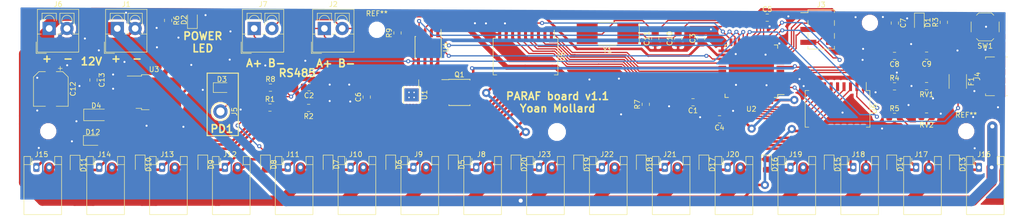
<source format=kicad_pcb>
(kicad_pcb (version 20171130) (host pcbnew 5.0.2-bee76a0~70~ubuntu18.04.1)
  (layers (0 F.Cu signal) (31 B.Cu signal) (34 B.Paste user) (35 F.Paste user) (36 B.SilkS user) (37 F.SilkS user) (38 B.Mask user) (39 F.Mask user) (44 Edge.Cuts user))
  (net 0 "")
  (net 1 +5V)
  (net 2 GND)
  (net 3 "Net-(C2-Pad1)")
  (net 4 "Net-(C2-Pad2)")
  (net 5 /RESET)
  (net 6 +12V)
  (net 7 "Net-(D3-Pad2)")
  (net 8 VBUS)
  (net 9 "Net-(J2-Pad2)")
  (net 10 "Net-(J2-Pad1)")
  (net 11 /MISO)
  (net 12 /SCK)
  (net 13 /MOSI)
  (net 14 "Net-(J4-Pad2)")
  (net 15 "Net-(J4-Pad3)")
  (net 16 "Net-(J4-Pad4)")
  (net 17 "Net-(Q1-Pad4)")
  (net 18 "Net-(R4-Pad1)")
  (net 19 "Net-(R5-Pad1)")
  (net 20 "Net-(U2-Pad1)")
  (net 21 "Net-(U2-Pad6)")
  (net 22 "Net-(U2-Pad12)")
  (net 23 "Net-(U2-Pad18)")
  (net 24 "Net-(U2-Pad20)")
  (net 25 "Net-(U2-Pad21)")
  (net 26 "Net-(U2-Pad26)")
  (net 27 "Net-(U2-Pad27)")
  (net 28 "Net-(U2-Pad28)")
  (net 29 "Net-(U2-Pad29)")
  (net 30 "Net-(U2-Pad30)")
  (net 31 "Net-(U2-Pad31)")
  (net 32 "Net-(U2-Pad32)")
  (net 33 "Net-(U2-Pad36)")
  (net 34 "Net-(U2-Pad37)")
  (net 35 "Net-(U2-Pad38)")
  (net 36 "Net-(U2-Pad39)")
  (net 37 "Net-(U2-Pad40)")
  (net 38 "Net-(U2-Pad41)")
  (net 39 "Net-(U2-Pad42)")
  (net 40 "Net-(U2-Pad8)")
  (net 41 "Net-(D4-Pad2)")
  (net 42 "Net-(D5-Pad2)")
  (net 43 "Net-(D6-Pad2)")
  (net 44 "Net-(D7-Pad2)")
  (net 45 "Net-(D8-Pad2)")
  (net 46 "Net-(D9-Pad2)")
  (net 47 "Net-(D10-Pad2)")
  (net 48 "Net-(D11-Pad2)")
  (net 49 "Net-(D12-Pad2)")
  (net 50 "Net-(D13-Pad2)")
  (net 51 "Net-(D14-Pad2)")
  (net 52 "Net-(D15-Pad2)")
  (net 53 "Net-(D16-Pad2)")
  (net 54 "Net-(D17-Pad2)")
  (net 55 "Net-(D18-Pad2)")
  (net 56 "Net-(D19-Pad2)")
  (net 57 "Net-(D20-Pad2)")
  (net 58 "Net-(D2-Pad2)")
  (net 59 "Net-(C10-Pad2)")
  (net 60 "Net-(C11-Pad2)")
  (net 61 "Net-(F1-Pad2)")
  (net 62 "Net-(J5-Pad1)")
  (net 63 "Net-(R7-Pad2)")
  (net 64 "Net-(R9-Pad2)")
  (net 65 "Net-(R9-Pad1)")
  (net 66 "Net-(U2-Pad22)")
  (module Package_QFP:TQFP-44_10x10mm_P0.8mm (layer F.Cu) (at 145.67 13.7 180)
    (fp_text reference U2 (at 0 -7.45 180) (layer F.SilkS))
    (fp_text value ATmega32U4-AU)
    (pad 44 smd rect (at -4 -5.7 270) (size 1.5 0.55) (layers F.Cu F.Paste F.Mask) (net 1 +5V))
    (pad 43 smd rect (at -3.2 -5.7 270) (size 1.5 0.55) (layers F.Cu F.Paste F.Mask) (net 2 GND))
    (pad 42 smd rect (at -2.4 -5.7 270) (size 1.5 0.55) (layers F.Cu F.Paste F.Mask) (net 39 "Net-(U2-Pad42)"))
    (pad 41 smd rect (at -1.6 -5.7 270) (size 1.5 0.55) (layers F.Cu F.Paste F.Mask) (net 38 "Net-(U2-Pad41)"))
    (pad 40 smd rect (at -0.8 -5.7 270) (size 1.5 0.55) (layers F.Cu F.Paste F.Mask) (net 37 "Net-(U2-Pad40)"))
    (pad 39 smd rect (at 0 -5.7 270) (size 1.5 0.55) (layers F.Cu F.Paste F.Mask) (net 36 "Net-(U2-Pad39)"))
    (pad 38 smd rect (at 0.8 -5.7 270) (size 1.5 0.55) (layers F.Cu F.Paste F.Mask) (net 35 "Net-(U2-Pad38)"))
    (pad 37 smd rect (at 1.6 -5.7 270) (size 1.5 0.55) (layers F.Cu F.Paste F.Mask) (net 34 "Net-(U2-Pad37)"))
    (pad 36 smd rect (at 2.4 -5.7 270) (size 1.5 0.55) (layers F.Cu F.Paste F.Mask) (net 33 "Net-(U2-Pad36)"))
    (pad 35 smd rect (at 3.2 -5.7 270) (size 1.5 0.55) (layers F.Cu F.Paste F.Mask) (net 2 GND))
    (pad 34 smd rect (at 4 -5.7 270) (size 1.5 0.55) (layers F.Cu F.Paste F.Mask) (net 1 +5V))
    (pad 33 smd rect (at 5.7 -4 180) (size 1.5 0.55) (layers F.Cu F.Paste F.Mask) (net 63 "Net-(R7-Pad2)"))
    (pad 32 smd rect (at 5.7 -3.2 180) (size 1.5 0.55) (layers F.Cu F.Paste F.Mask) (net 32 "Net-(U2-Pad32)"))
    (pad 31 smd rect (at 5.7 -2.4 180) (size 1.5 0.55) (layers F.Cu F.Paste F.Mask) (net 31 "Net-(U2-Pad31)"))
    (pad 30 smd rect (at 5.7 -1.6 180) (size 1.5 0.55) (layers F.Cu F.Paste F.Mask) (net 30 "Net-(U2-Pad30)"))
    (pad 29 smd rect (at 5.7 -0.8 180) (size 1.5 0.55) (layers F.Cu F.Paste F.Mask) (net 29 "Net-(U2-Pad29)"))
    (pad 28 smd rect (at 5.7 0 180) (size 1.5 0.55) (layers F.Cu F.Paste F.Mask) (net 28 "Net-(U2-Pad28)"))
    (pad 27 smd rect (at 5.7 0.8 180) (size 1.5 0.55) (layers F.Cu F.Paste F.Mask) (net 27 "Net-(U2-Pad27)"))
    (pad 26 smd rect (at 5.7 1.6 180) (size 1.5 0.55) (layers F.Cu F.Paste F.Mask) (net 26 "Net-(U2-Pad26)"))
    (pad 25 smd rect (at 5.7 2.4 180) (size 1.5 0.55) (layers F.Cu F.Paste F.Mask) (net 65 "Net-(R9-Pad1)"))
    (pad 24 smd rect (at 5.7 3.2 180) (size 1.5 0.55) (layers F.Cu F.Paste F.Mask) (net 1 +5V))
    (pad 23 smd rect (at 5.7 4 180) (size 1.5 0.55) (layers F.Cu F.Paste F.Mask) (net 2 GND))
    (pad 22 smd rect (at 4 5.7 270) (size 1.5 0.55) (layers F.Cu F.Paste F.Mask) (net 66 "Net-(U2-Pad22)"))
    (pad 21 smd rect (at 3.2 5.7 270) (size 1.5 0.55) (layers F.Cu F.Paste F.Mask) (net 25 "Net-(U2-Pad21)"))
    (pad 20 smd rect (at 2.4 5.7 270) (size 1.5 0.55) (layers F.Cu F.Paste F.Mask) (net 24 "Net-(U2-Pad20)"))
    (pad 19 smd rect (at 1.6 5.7 270) (size 1.5 0.55) (layers F.Cu F.Paste F.Mask) (net 62 "Net-(J5-Pad1)"))
    (pad 18 smd rect (at 0.8 5.7 270) (size 1.5 0.55) (layers F.Cu F.Paste F.Mask) (net 23 "Net-(U2-Pad18)"))
    (pad 17 smd rect (at 0 5.7 270) (size 1.5 0.55) (layers F.Cu F.Paste F.Mask) (net 59 "Net-(C10-Pad2)"))
    (pad 16 smd rect (at -0.8 5.7 270) (size 1.5 0.55) (layers F.Cu F.Paste F.Mask) (net 60 "Net-(C11-Pad2)"))
    (pad 15 smd rect (at -1.6 5.7 270) (size 1.5 0.55) (layers F.Cu F.Paste F.Mask) (net 2 GND))
    (pad 14 smd rect (at -2.4 5.7 270) (size 1.5 0.55) (layers F.Cu F.Paste F.Mask) (net 1 +5V))
    (pad 13 smd rect (at -3.2 5.7 270) (size 1.5 0.55) (layers F.Cu F.Paste F.Mask) (net 5 /RESET))
    (pad 12 smd rect (at -4 5.7 270) (size 1.5 0.55) (layers F.Cu F.Paste F.Mask) (net 22 "Net-(U2-Pad12)"))
    (pad 11 smd rect (at -5.7 4 180) (size 1.5 0.55) (layers F.Cu F.Paste F.Mask) (net 11 /MISO))
    (pad 10 smd rect (at -5.7 3.2 180) (size 1.5 0.55) (layers F.Cu F.Paste F.Mask) (net 13 /MOSI))
    (pad 9 smd rect (at -5.7 2.4 180) (size 1.5 0.55) (layers F.Cu F.Paste F.Mask) (net 12 /SCK))
    (pad 8 smd rect (at -5.7 1.6 180) (size 1.5 0.55) (layers F.Cu F.Paste F.Mask) (net 40 "Net-(U2-Pad8)"))
    (pad 7 smd rect (at -5.7 0.8 180) (size 1.5 0.55) (layers F.Cu F.Paste F.Mask) (net 8 VBUS))
    (pad 6 smd rect (at -5.7 0 180) (size 1.5 0.55) (layers F.Cu F.Paste F.Mask) (net 21 "Net-(U2-Pad6)"))
    (pad 5 smd rect (at -5.7 -0.8 180) (size 1.5 0.55) (layers F.Cu F.Paste F.Mask) (net 2 GND))
    (pad 4 smd rect (at -5.7 -1.6 180) (size 1.5 0.55) (layers F.Cu F.Paste F.Mask) (net 18 "Net-(R4-Pad1)"))
    (pad 3 smd rect (at -5.7 -2.4 180) (size 1.5 0.55) (layers F.Cu F.Paste F.Mask) (net 19 "Net-(R5-Pad1)"))
    (pad 2 smd rect (at -5.7 -3.2 180) (size 1.5 0.55) (layers F.Cu F.Paste F.Mask) (net 61 "Net-(F1-Pad2)"))
    (pad 1 smd rect (at -5.7 -4 180) (size 1.5 0.55) (layers F.Cu F.Paste F.Mask) (net 20 "Net-(U2-Pad1)"))
  )
  (module Package_SO:SOP-18_7.0x12.5mm_P1.27mm (layer F.Cu) (at 101.29 10.8125 270)
    (fp_text reference U5 (at 0 -7.2 270) (layer F.SilkS))
    (fp_text value ULN2803A)
    (pad 10 smd rect (at 4.3625 5.08 270) (size 1.725 0.6) (layers F.Cu F.Paste F.Mask) (net 6 +12V))
    (pad 11 smd rect (at 4.3625 3.81 270) (size 1.725 0.6) (layers F.Cu F.Paste F.Mask) (net 49 "Net-(D12-Pad2)"))
    (pad 12 smd rect (at 4.3625 2.54 270) (size 1.725 0.6) (layers F.Cu F.Paste F.Mask) (net 48 "Net-(D11-Pad2)"))
    (pad 13 smd rect (at 4.3625 1.27 270) (size 1.725 0.6) (layers F.Cu F.Paste F.Mask) (net 47 "Net-(D10-Pad2)"))
    (pad 14 smd rect (at 4.3625 0 270) (size 1.725 0.6) (layers F.Cu F.Paste F.Mask) (net 46 "Net-(D9-Pad2)"))
    (pad 15 smd rect (at 4.3625 -1.27 270) (size 1.725 0.6) (layers F.Cu F.Paste F.Mask) (net 45 "Net-(D8-Pad2)"))
    (pad 16 smd rect (at 4.3625 -2.54 270) (size 1.725 0.6) (layers F.Cu F.Paste F.Mask) (net 44 "Net-(D7-Pad2)"))
    (pad 17 smd rect (at 4.3625 -3.81 270) (size 1.725 0.6) (layers F.Cu F.Paste F.Mask) (net 43 "Net-(D6-Pad2)"))
    (pad 18 smd rect (at 4.3625 -5.08 270) (size 1.725 0.6) (layers F.Cu F.Paste F.Mask) (net 42 "Net-(D5-Pad2)"))
    (pad 9 smd rect (at -4.3625 5.08 270) (size 1.725 0.6) (layers F.Cu F.Paste F.Mask) (net 2 GND))
    (pad 8 smd rect (at -4.3625 3.81 270) (size 1.725 0.6) (layers F.Cu F.Paste F.Mask) (net 66 "Net-(U2-Pad22)"))
    (pad 7 smd rect (at -4.3625 2.54 270) (size 1.725 0.6) (layers F.Cu F.Paste F.Mask) (net 32 "Net-(U2-Pad32)"))
    (pad 6 smd rect (at -4.3625 1.27 270) (size 1.725 0.6) (layers F.Cu F.Paste F.Mask) (net 31 "Net-(U2-Pad31)"))
    (pad 5 smd rect (at -4.3625 0 270) (size 1.725 0.6) (layers F.Cu F.Paste F.Mask) (net 30 "Net-(U2-Pad30)"))
    (pad 4 smd rect (at -4.3625 -1.27 270) (size 1.725 0.6) (layers F.Cu F.Paste F.Mask) (net 29 "Net-(U2-Pad29)"))
    (pad 3 smd rect (at -4.3625 -2.54 270) (size 1.725 0.6) (layers F.Cu F.Paste F.Mask) (net 28 "Net-(U2-Pad28)"))
    (pad 2 smd rect (at -4.3625 -3.81 270) (size 1.725 0.6) (layers F.Cu F.Paste F.Mask) (net 27 "Net-(U2-Pad27)"))
    (pad 1 smd rect (at -4.3625 -5.08 270) (size 1.725 0.6) (layers F.Cu F.Paste F.Mask) (net 26 "Net-(U2-Pad26)"))
  )
  (module Capacitor_SMD:C_0805_2012Metric_Pad1.15x1.40mm_HandSolder (layer F.Cu) (at 131.275 7.235 90)
    (fp_text reference C10 (at 0 -1.65 90) (layer F.SilkS))
    (fp_text value 12-22pF)
    (pad 2 smd roundrect (at 1.025 0 90) (size 1.15 1.4) (layers F.Cu F.Paste F.Mask) (roundrect_rratio 0.217391) (net 59 "Net-(C10-Pad2)"))
    (pad 1 smd roundrect (at -1.025 0 90) (size 1.15 1.4) (layers F.Cu F.Paste F.Mask) (roundrect_rratio 0.217391) (net 2 GND))
  )
  (module Capacitor_SMD:C_0805_2012Metric_Pad1.15x1.40mm_HandSolder (layer F.Cu) (at 134.205 19.81 180)
    (fp_text reference C1 (at 0 -1.65 180) (layer F.SilkS))
    (fp_text value 100nF)
    (pad 2 smd roundrect (at 1.025 0 180) (size 1.15 1.4) (layers F.Cu F.Paste F.Mask) (roundrect_rratio 0.217391) (net 2 GND))
    (pad 1 smd roundrect (at -1.025 0 180) (size 1.15 1.4) (layers F.Cu F.Paste F.Mask) (roundrect_rratio 0.217391) (net 1 +5V))
  )
  (module Capacitor_SMD:C_0805_2012Metric_Pad1.15x1.40mm_HandSolder (layer F.Cu) (at 58.735 16.85 180)
    (fp_text reference C2 (at 0 -1.65 180) (layer F.SilkS))
    (fp_text value 100nF)
    (pad 2 smd roundrect (at 1.025 0 180) (size 1.15 1.4) (layers F.Cu F.Paste F.Mask) (roundrect_rratio 0.217391) (net 4 "Net-(C2-Pad2)"))
    (pad 1 smd roundrect (at -1.025 0 180) (size 1.15 1.4) (layers F.Cu F.Paste F.Mask) (roundrect_rratio 0.217391) (net 3 "Net-(C2-Pad1)"))
  )
  (module Capacitor_SMD:C_0805_2012Metric_Pad1.15x1.40mm_HandSolder (layer F.Cu) (at 135.78 7.235 90)
    (fp_text reference C3 (at 0 -1.65 90) (layer F.SilkS))
    (fp_text value 100nF)
    (pad 2 smd roundrect (at 1.025 0 90) (size 1.15 1.4) (layers F.Cu F.Paste F.Mask) (roundrect_rratio 0.217391) (net 2 GND))
    (pad 1 smd roundrect (at -1.025 0 90) (size 1.15 1.4) (layers F.Cu F.Paste F.Mask) (roundrect_rratio 0.217391) (net 1 +5V))
  )
  (module Capacitor_SMD:C_0805_2012Metric_Pad1.15x1.40mm_HandSolder (layer F.Cu) (at 139.415 23.18 180)
    (fp_text reference C4 (at 0 -1.65 180) (layer F.SilkS))
    (fp_text value 100nF)
    (pad 2 smd roundrect (at 1.025 0 180) (size 1.15 1.4) (layers F.Cu F.Paste F.Mask) (roundrect_rratio 0.217391) (net 2 GND))
    (pad 1 smd roundrect (at -1.025 0 180) (size 1.15 1.4) (layers F.Cu F.Paste F.Mask) (roundrect_rratio 0.217391) (net 1 +5V))
  )
  (module Capacitor_SMD:C_0805_2012Metric_Pad1.15x1.40mm_HandSolder (layer F.Cu) (at 148.795 3.15)
    (fp_text reference C5 (at 0 -1.65) (layer F.SilkS))
    (fp_text value 100nF)
    (pad 2 smd roundrect (at 1.025 0) (size 1.15 1.4) (layers F.Cu F.Paste F.Mask) (roundrect_rratio 0.217391) (net 2 GND))
    (pad 1 smd roundrect (at -1.025 0) (size 1.15 1.4) (layers F.Cu F.Paste F.Mask) (roundrect_rratio 0.217391) (net 1 +5V))
  )
  (module Capacitor_SMD:C_0805_2012Metric_Pad1.15x1.40mm_HandSolder (layer F.Cu) (at 70.08 18.795 90)
    (fp_text reference C6 (at 0 -1.65 90) (layer F.SilkS))
    (fp_text value 1uF)
    (pad 2 smd roundrect (at 1.025 0 90) (size 1.15 1.4) (layers F.Cu F.Paste F.Mask) (roundrect_rratio 0.217391) (net 2 GND))
    (pad 1 smd roundrect (at -1.025 0 90) (size 1.15 1.4) (layers F.Cu F.Paste F.Mask) (roundrect_rratio 0.217391) (net 1 +5V))
  )
  (module Capacitor_SMD:C_0805_2012Metric_Pad1.15x1.40mm_HandSolder (layer F.Cu) (at 173.87 4.215 270)
    (fp_text reference C7 (at 0 -1.65 270) (layer F.SilkS))
    (fp_text value 100nF)
    (pad 2 smd roundrect (at 1.025 0 270) (size 1.15 1.4) (layers F.Cu F.Paste F.Mask) (roundrect_rratio 0.217391) (net 1 +5V))
    (pad 1 smd roundrect (at -1.025 0 270) (size 1.15 1.4) (layers F.Cu F.Paste F.Mask) (roundrect_rratio 0.217391) (net 2 GND))
  )
  (module Capacitor_SMD:C_0805_2012Metric_Pad1.15x1.40mm_HandSolder (layer F.Cu) (at 173.805 10.685 180)
    (fp_text reference C8 (at 0 -1.65 180) (layer F.SilkS))
    (fp_text value 10uF)
    (pad 2 smd roundrect (at 1.025 0 180) (size 1.15 1.4) (layers F.Cu F.Paste F.Mask) (roundrect_rratio 0.217391) (net 2 GND))
    (pad 1 smd roundrect (at -1.025 0 180) (size 1.15 1.4) (layers F.Cu F.Paste F.Mask) (roundrect_rratio 0.217391) (net 8 VBUS))
  )
  (module Capacitor_SMD:C_0805_2012Metric_Pad1.15x1.40mm_HandSolder (layer F.Cu) (at 180.11 10.635 180)
    (fp_text reference C9 (at 0 -1.65 180) (layer F.SilkS))
    (fp_text value 100nF)
    (pad 2 smd roundrect (at 1.025 0 180) (size 1.15 1.4) (layers F.Cu F.Paste F.Mask) (roundrect_rratio 0.217391) (net 2 GND))
    (pad 1 smd roundrect (at -1.025 0 180) (size 1.15 1.4) (layers F.Cu F.Paste F.Mask) (roundrect_rratio 0.217391) (net 8 VBUS))
  )
  (module Capacitor_SMD:C_0805_2012Metric_Pad1.15x1.40mm_HandSolder (layer F.Cu) (at 126.77 7.225 90)
    (fp_text reference C11 (at 0 -1.65 90) (layer F.SilkS))
    (fp_text value 12-22pF)
    (pad 2 smd roundrect (at 1.025 0 90) (size 1.15 1.4) (layers F.Cu F.Paste F.Mask) (roundrect_rratio 0.217391) (net 60 "Net-(C11-Pad2)"))
    (pad 1 smd roundrect (at -1.025 0 90) (size 1.15 1.4) (layers F.Cu F.Paste F.Mask) (roundrect_rratio 0.217391) (net 2 GND))
  )
  (module Capacitor_SMD:C_0805_2012Metric_Pad1.15x1.40mm_HandSolder (layer F.Cu) (at 16.38 15.435 270)
    (fp_text reference C13 (at 0 -1.65 270) (layer F.SilkS))
    (fp_text value 10uF)
    (pad 2 smd roundrect (at 1.025 0 270) (size 1.15 1.4) (layers F.Cu F.Paste F.Mask) (roundrect_rratio 0.217391) (net 2 GND))
    (pad 1 smd roundrect (at -1.025 0 270) (size 1.15 1.4) (layers F.Cu F.Paste F.Mask) (roundrect_rratio 0.217391) (net 6 +12V))
  )
  (module Diode_SMD:D_0805_2012Metric_Pad1.15x1.40mm_HandSolder (layer F.Cu) (at 178.685 4.11 270)
    (fp_text reference D1 (at 0 -1.65 270) (layer F.SilkS))
    (fp_text value DIODE)
    (pad 2 smd roundrect (at 1.025 0 270) (size 1.15 1.4) (layers F.Cu F.Paste F.Mask) (roundrect_rratio 0.217391) (net 1 +5V))
    (pad 1 smd roundrect (at -1.025 0 270) (size 1.15 1.4) (layers F.Cu F.Paste F.Mask) (roundrect_rratio 0.217391) (net 5 /RESET))
  )
  (module LED_SMD:LED_0805_2012Metric (layer F.Cu) (at 41.6125 16.93)
    (fp_text reference D3 (at 0 -1.65) (layer F.SilkS))
    (fp_text value LED)
    (pad 2 smd roundrect (at 0.9375 0) (size 0.975 1.4) (layers F.Cu F.Paste F.Mask) (net 7 "Net-(D3-Pad2)"))
    (pad 1 smd roundrect (at -0.9375 0) (size 0.975 1.4) (layers F.Cu F.Paste F.Mask) (net 2 GND))
  )
  (module Diode_SMD:D_0805_2012Metric_Pad1.15x1.40mm_HandSolder (layer F.Cu) (at 87.105331 32.075 270)
    (fp_text reference D5 (at 0 -1.65 270) (layer F.SilkS))
    (fp_text value D)
    (pad 2 smd roundrect (at 1.025 0 270) (size 1.15 1.4) (layers F.Cu F.Paste F.Mask) (roundrect_rratio 0.217391) (net 42 "Net-(D5-Pad2)"))
    (pad 1 smd roundrect (at -1.025 0 270) (size 1.15 1.4) (layers F.Cu F.Paste F.Mask) (roundrect_rratio 0.217391) (net 6 +12V))
  )
  (module Diode_SMD:D_0805_2012Metric_Pad1.15x1.40mm_HandSolder (layer F.Cu) (at 74.795998 32.075 270)
    (fp_text reference D6 (at 0 -1.65 270) (layer F.SilkS))
    (fp_text value D)
    (pad 2 smd roundrect (at 1.025 0 270) (size 1.15 1.4) (layers F.Cu F.Paste F.Mask) (roundrect_rratio 0.217391) (net 43 "Net-(D6-Pad2)"))
    (pad 1 smd roundrect (at -1.025 0 270) (size 1.15 1.4) (layers F.Cu F.Paste F.Mask) (roundrect_rratio 0.217391) (net 6 +12V))
  )
  (module Diode_SMD:D_0805_2012Metric_Pad1.15x1.40mm_HandSolder (layer F.Cu) (at 62.486665 32.075 270)
    (fp_text reference D7 (at 0 -1.65 270) (layer F.SilkS))
    (fp_text value D)
    (pad 2 smd roundrect (at 1.025 0 270) (size 1.15 1.4) (layers F.Cu F.Paste F.Mask) (roundrect_rratio 0.217391) (net 44 "Net-(D7-Pad2)"))
    (pad 1 smd roundrect (at -1.025 0 270) (size 1.15 1.4) (layers F.Cu F.Paste F.Mask) (roundrect_rratio 0.217391) (net 6 +12V))
  )
  (module Diode_SMD:D_0805_2012Metric_Pad1.15x1.40mm_HandSolder (layer F.Cu) (at 50.177332 32.075 270)
    (fp_text reference D8 (at 0 -1.65 270) (layer F.SilkS))
    (fp_text value D)
    (pad 2 smd roundrect (at 1.025 0 270) (size 1.15 1.4) (layers F.Cu F.Paste F.Mask) (roundrect_rratio 0.217391) (net 45 "Net-(D8-Pad2)"))
    (pad 1 smd roundrect (at -1.025 0 270) (size 1.15 1.4) (layers F.Cu F.Paste F.Mask) (roundrect_rratio 0.217391) (net 6 +12V))
  )
  (module Diode_SMD:D_0805_2012Metric_Pad1.15x1.40mm_HandSolder (layer F.Cu) (at 37.867999 32.075 270)
    (fp_text reference D9 (at 0 -1.65 270) (layer F.SilkS))
    (fp_text value D)
    (pad 2 smd roundrect (at 1.025 0 270) (size 1.15 1.4) (layers F.Cu F.Paste F.Mask) (roundrect_rratio 0.217391) (net 46 "Net-(D9-Pad2)"))
    (pad 1 smd roundrect (at -1.025 0 270) (size 1.15 1.4) (layers F.Cu F.Paste F.Mask) (roundrect_rratio 0.217391) (net 6 +12V))
  )
  (module Diode_SMD:D_0805_2012Metric_Pad1.15x1.40mm_HandSolder (layer F.Cu) (at 25.558666 32.075 270)
    (fp_text reference D10 (at 0 -1.65 270) (layer F.SilkS))
    (fp_text value D)
    (pad 2 smd roundrect (at 1.025 0 270) (size 1.15 1.4) (layers F.Cu F.Paste F.Mask) (roundrect_rratio 0.217391) (net 47 "Net-(D10-Pad2)"))
    (pad 1 smd roundrect (at -1.025 0 270) (size 1.15 1.4) (layers F.Cu F.Paste F.Mask) (roundrect_rratio 0.217391) (net 6 +12V))
  )
  (module Diode_SMD:D_0805_2012Metric_Pad1.15x1.40mm_HandSolder (layer F.Cu) (at 12.77 32.125 270)
    (fp_text reference D11 (at 0 -1.65 270) (layer F.SilkS))
    (fp_text value D)
    (pad 2 smd roundrect (at 1.025 0 270) (size 1.15 1.4) (layers F.Cu F.Paste F.Mask) (roundrect_rratio 0.217391) (net 48 "Net-(D11-Pad2)"))
    (pad 1 smd roundrect (at -1.025 0 270) (size 1.15 1.4) (layers F.Cu F.Paste F.Mask) (roundrect_rratio 0.217391) (net 6 +12V))
  )
  (module Diode_SMD:D_0805_2012Metric_Pad1.15x1.40mm_HandSolder (layer F.Cu) (at 16.255 27.34)
    (fp_text reference D12 (at 0 -1.65) (layer F.SilkS))
    (fp_text value D)
    (pad 2 smd roundrect (at 1.025 0) (size 1.15 1.4) (layers F.Cu F.Paste F.Mask) (roundrect_rratio 0.217391) (net 49 "Net-(D12-Pad2)"))
    (pad 1 smd roundrect (at -1.025 0) (size 1.15 1.4) (layers F.Cu F.Paste F.Mask) (roundrect_rratio 0.217391) (net 6 +12V))
  )
  (module Diode_SMD:D_0805_2012Metric_Pad1.15x1.40mm_HandSolder (layer F.Cu) (at 185.58 32.075 270)
    (fp_text reference D13 (at 0 -1.65 270) (layer F.SilkS))
    (fp_text value D)
    (pad 2 smd roundrect (at 1.025 0 270) (size 1.15 1.4) (layers F.Cu F.Paste F.Mask) (roundrect_rratio 0.217391) (net 50 "Net-(D13-Pad2)"))
    (pad 1 smd roundrect (at -1.025 0 270) (size 1.15 1.4) (layers F.Cu F.Paste F.Mask) (roundrect_rratio 0.217391) (net 6 +12V))
  )
  (module Diode_SMD:D_0805_2012Metric_Pad1.15x1.40mm_HandSolder (layer F.Cu) (at 173.270662 32.075 270)
    (fp_text reference D14 (at 0 -1.65 270) (layer F.SilkS))
    (fp_text value D)
    (pad 2 smd roundrect (at 1.025 0 270) (size 1.15 1.4) (layers F.Cu F.Paste F.Mask) (roundrect_rratio 0.217391) (net 51 "Net-(D14-Pad2)"))
    (pad 1 smd roundrect (at -1.025 0 270) (size 1.15 1.4) (layers F.Cu F.Paste F.Mask) (roundrect_rratio 0.217391) (net 6 +12V))
  )
  (module Diode_SMD:D_0805_2012Metric_Pad1.15x1.40mm_HandSolder (layer F.Cu) (at 160.961329 32.075 270)
    (fp_text reference D15 (at 0 -1.65 270) (layer F.SilkS))
    (fp_text value D)
    (pad 2 smd roundrect (at 1.025 0 270) (size 1.15 1.4) (layers F.Cu F.Paste F.Mask) (roundrect_rratio 0.217391) (net 52 "Net-(D15-Pad2)"))
    (pad 1 smd roundrect (at -1.025 0 270) (size 1.15 1.4) (layers F.Cu F.Paste F.Mask) (roundrect_rratio 0.217391) (net 6 +12V))
  )
  (module Diode_SMD:D_0805_2012Metric_Pad1.15x1.40mm_HandSolder (layer F.Cu) (at 148.651996 32.075 270)
    (fp_text reference D16 (at 0 -1.65 270) (layer F.SilkS))
    (fp_text value D)
    (pad 2 smd roundrect (at 1.025 0 270) (size 1.15 1.4) (layers F.Cu F.Paste F.Mask) (roundrect_rratio 0.217391) (net 53 "Net-(D16-Pad2)"))
    (pad 1 smd roundrect (at -1.025 0 270) (size 1.15 1.4) (layers F.Cu F.Paste F.Mask) (roundrect_rratio 0.217391) (net 6 +12V))
  )
  (module Diode_SMD:D_0805_2012Metric_Pad1.15x1.40mm_HandSolder (layer F.Cu) (at 136.342663 32.075 270)
    (fp_text reference D17 (at 0 -1.65 270) (layer F.SilkS))
    (fp_text value D)
    (pad 2 smd roundrect (at 1.025 0 270) (size 1.15 1.4) (layers F.Cu F.Paste F.Mask) (roundrect_rratio 0.217391) (net 54 "Net-(D17-Pad2)"))
    (pad 1 smd roundrect (at -1.025 0 270) (size 1.15 1.4) (layers F.Cu F.Paste F.Mask) (roundrect_rratio 0.217391) (net 6 +12V))
  )
  (module Diode_SMD:D_0805_2012Metric_Pad1.15x1.40mm_HandSolder (layer F.Cu) (at 124.03333 32.075 270)
    (fp_text reference D18 (at 0 -1.65 270) (layer F.SilkS))
    (fp_text value D)
    (pad 2 smd roundrect (at 1.025 0 270) (size 1.15 1.4) (layers F.Cu F.Paste F.Mask) (roundrect_rratio 0.217391) (net 55 "Net-(D18-Pad2)"))
    (pad 1 smd roundrect (at -1.025 0 270) (size 1.15 1.4) (layers F.Cu F.Paste F.Mask) (roundrect_rratio 0.217391) (net 6 +12V))
  )
  (module Diode_SMD:D_0805_2012Metric_Pad1.15x1.40mm_HandSolder (layer F.Cu) (at 111.723997 32.075 270)
    (fp_text reference D19 (at 0 -1.65 270) (layer F.SilkS))
    (fp_text value D)
    (pad 2 smd roundrect (at 1.025 0 270) (size 1.15 1.4) (layers F.Cu F.Paste F.Mask) (roundrect_rratio 0.217391) (net 56 "Net-(D19-Pad2)"))
    (pad 1 smd roundrect (at -1.025 0 270) (size 1.15 1.4) (layers F.Cu F.Paste F.Mask) (roundrect_rratio 0.217391) (net 6 +12V))
  )
  (module Diode_SMD:D_0805_2012Metric_Pad1.15x1.40mm_HandSolder (layer F.Cu) (at 99.414664 32.075 270)
    (fp_text reference D20 (at 0 -1.65 270) (layer F.SilkS))
    (fp_text value D)
    (pad 2 smd roundrect (at 1.025 0 270) (size 1.15 1.4) (layers F.Cu F.Paste F.Mask) (roundrect_rratio 0.217391) (net 57 "Net-(D20-Pad2)"))
    (pad 1 smd roundrect (at -1.025 0 270) (size 1.15 1.4) (layers F.Cu F.Paste F.Mask) (roundrect_rratio 0.217391) (net 6 +12V))
  )
  (module TerminalBlock_4Ucon:TerminalBlock_4Ucon_1x02_P3.50mm_Vertical (layer F.Cu) (at 21.07 5.28)
    (fp_text reference J1 (at 1.75 -4.76) (layer F.SilkS))
    (fp_text value Screw_Terminal_01x02)
    (pad 2 thru_hole circle (at 3.5 0) (size 2.6 2.6) (drill 1.3) (layers *.Cu *.Mask) (net 2 GND))
    (pad 1 thru_hole rect (at 0 0) (size 2.6 2.6) (drill 1.3) (layers *.Cu *.Mask) (net 6 +12V))
  )
  (module TerminalBlock_4Ucon:TerminalBlock_4Ucon_1x02_P3.50mm_Vertical (layer F.Cu) (at 61.76 5.28)
    (fp_text reference J2 (at 1.75 -4.76) (layer F.SilkS))
    (fp_text value Screw_Terminal_01x02)
    (pad 2 thru_hole circle (at 3.5 0) (size 2.6 2.6) (drill 1.3) (layers *.Cu *.Mask) (net 9 "Net-(J2-Pad2)"))
    (pad 1 thru_hole rect (at 0 0) (size 2.6 2.6) (drill 1.3) (layers *.Cu *.Mask) (net 10 "Net-(J2-Pad1)"))
  )
  (module Connector_PinHeader_2.54mm:PinHeader_2x03_P2.54mm_Vertical_SMD (layer F.Cu) (at 159.395 5.47)
    (fp_text reference J3 (at 0 -4.87) (layer F.SilkS))
    (fp_text value AVR-ISP-6)
    (pad 6 smd rect (at 2.525 2.54) (size 3.15 1) (layers F.Cu F.Paste F.Mask) (net 2 GND))
    (pad 5 smd rect (at -2.525 2.54) (size 3.15 1) (layers F.Cu F.Paste F.Mask) (net 5 /RESET))
    (pad 4 smd rect (at 2.525 0) (size 3.15 1) (layers F.Cu F.Paste F.Mask) (net 13 /MOSI))
    (pad 3 smd rect (at -2.525 0) (size 3.15 1) (layers F.Cu F.Paste F.Mask) (net 12 /SCK))
    (pad 2 smd rect (at 2.525 -2.54) (size 3.15 1) (layers F.Cu F.Paste F.Mask) (net 1 +5V))
    (pad 1 smd rect (at -2.525 -2.54) (size 3.15 1) (layers F.Cu F.Paste F.Mask) (net 11 /MISO))
  )
  (module Connector_USB:USB_Micro-B_Molex_47346-0001 (layer F.Cu) (at 193.41 14.7 90)
    (fp_text reference J4 (at 0 -3.3 270) (layer F.SilkS))
    (fp_text value USB_B_Micro)
    (pad 6 smd rect (at 0.84 1.2 90) (size 1.175 1.9) (layers F.Cu F.Paste F.Mask) (net 2 GND))
    (pad 6 smd rect (at -0.84 1.2 90) (size 1.175 1.9) (layers F.Cu F.Paste F.Mask) (net 2 GND))
    (pad 6 smd rect (at 2.91 1.2 90) (size 2.375 1.9) (layers F.Cu F.Paste F.Mask) (net 2 GND))
    (pad 6 smd rect (at -2.91 1.2 90) (size 2.375 1.9) (layers F.Cu F.Paste F.Mask) (net 2 GND))
    (pad 6 smd rect (at 2.4625 -1.1 90) (size 1.475 2.1) (layers F.Cu F.Paste F.Mask) (net 2 GND))
    (pad 6 smd rect (at -2.4625 -1.1 90) (size 1.475 2.1) (layers F.Cu F.Paste F.Mask) (net 2 GND))
    (pad 5 smd rect (at 1.3 -1.46 90) (size 0.45 1.38) (layers F.Cu F.Paste F.Mask) (net 2 GND))
    (pad 4 smd rect (at 0.65 -1.46 90) (size 0.45 1.38) (layers F.Cu F.Paste F.Mask) (net 16 "Net-(J4-Pad4)"))
    (pad 3 smd rect (at 0 -1.46 90) (size 0.45 1.38) (layers F.Cu F.Paste F.Mask) (net 15 "Net-(J4-Pad3)"))
    (pad 2 smd rect (at -0.65 -1.46 90) (size 0.45 1.38) (layers F.Cu F.Paste F.Mask) (net 14 "Net-(J4-Pad2)"))
    (pad 1 smd rect (at -1.3 -1.46 90) (size 0.45 1.38) (layers F.Cu F.Paste F.Mask) (net 61 "Net-(F1-Pad2)"))
  )
  (module TerminalBlock_4Ucon:TerminalBlock_4Ucon_1x02_P3.50mm_Vertical (layer F.Cu) (at 7.67 5.28)
    (fp_text reference J6 (at 1.75 -4.76) (layer F.SilkS))
    (fp_text value Screw_Terminal_01x02)
    (pad 2 thru_hole circle (at 3.5 0) (size 2.6 2.6) (drill 1.3) (layers *.Cu *.Mask) (net 2 GND))
    (pad 1 thru_hole rect (at 0 0) (size 2.6 2.6) (drill 1.3) (layers *.Cu *.Mask) (net 6 +12V))
  )
  (module "Custom JST XH:JST_XH_S2B-XH-A_1x02_P2.50mm_Horizontal" (layer F.Cu) (at 91.605331 32.64)
    (fp_text reference J8 (at 1 -2.55) (layer F.SilkS))
    (fp_text value Conn_01x02)
    (pad 2 thru_hole oval (at 2.5 0) (size 1.2 1.75) (drill 0.75) (layers *.Cu *.Mask) (net 6 +12V))
    (pad 1 thru_hole roundrect (at 0 0) (size 1.2 1.75) (drill 0.75) (layers *.Cu *.Mask) (roundrect_rratio 0.208333) (net 42 "Net-(D5-Pad2)"))
  )
  (module "Custom JST XH:JST_XH_S2B-XH-A_1x02_P2.50mm_Horizontal" (layer F.Cu) (at 79.255998 32.64)
    (fp_text reference J9 (at 1 -2.55) (layer F.SilkS))
    (fp_text value Conn_01x02)
    (pad 2 thru_hole oval (at 2.5 0) (size 1.2 1.75) (drill 0.75) (layers *.Cu *.Mask) (net 6 +12V))
    (pad 1 thru_hole roundrect (at 0 0) (size 1.2 1.75) (drill 0.75) (layers *.Cu *.Mask) (roundrect_rratio 0.208333) (net 43 "Net-(D6-Pad2)"))
  )
  (module "Custom JST XH:JST_XH_S2B-XH-A_1x02_P2.50mm_Horizontal" (layer F.Cu) (at 66.906665 32.64)
    (fp_text reference J10 (at 1 -2.55) (layer F.SilkS))
    (fp_text value Conn_01x02)
    (pad 2 thru_hole oval (at 2.5 0) (size 1.2 1.75) (drill 0.75) (layers *.Cu *.Mask) (net 6 +12V))
    (pad 1 thru_hole roundrect (at 0 0) (size 1.2 1.75) (drill 0.75) (layers *.Cu *.Mask) (roundrect_rratio 0.208333) (net 44 "Net-(D7-Pad2)"))
  )
  (module "Custom JST XH:JST_XH_S2B-XH-A_1x02_P2.50mm_Horizontal" (layer F.Cu) (at 54.557332 32.64)
    (fp_text reference J11 (at 1 -2.55) (layer F.SilkS))
    (fp_text value Conn_01x02)
    (pad 2 thru_hole oval (at 2.5 0) (size 1.2 1.75) (drill 0.75) (layers *.Cu *.Mask) (net 6 +12V))
    (pad 1 thru_hole roundrect (at 0 0) (size 1.2 1.75) (drill 0.75) (layers *.Cu *.Mask) (roundrect_rratio 0.208333) (net 45 "Net-(D8-Pad2)"))
  )
  (module "Custom JST XH:JST_XH_S2B-XH-A_1x02_P2.50mm_Horizontal" (layer F.Cu) (at 42.207999 32.64)
    (fp_text reference J12 (at 1 -2.55) (layer F.SilkS))
    (fp_text value Conn_01x02)
    (pad 2 thru_hole oval (at 2.5 0) (size 1.2 1.75) (drill 0.75) (layers *.Cu *.Mask) (net 6 +12V))
    (pad 1 thru_hole roundrect (at 0 0) (size 1.2 1.75) (drill 0.75) (layers *.Cu *.Mask) (roundrect_rratio 0.208333) (net 46 "Net-(D9-Pad2)"))
  )
  (module "Custom JST XH:JST_XH_S2B-XH-A_1x02_P2.50mm_Horizontal" (layer F.Cu) (at 29.858666 32.64)
    (fp_text reference J13 (at 1 -2.55) (layer F.SilkS))
    (fp_text value Conn_01x02)
    (pad 2 thru_hole oval (at 2.5 0) (size 1.2 1.75) (drill 0.75) (layers *.Cu *.Mask) (net 6 +12V))
    (pad 1 thru_hole roundrect (at 0 0) (size 1.2 1.75) (drill 0.75) (layers *.Cu *.Mask) (roundrect_rratio 0.208333) (net 47 "Net-(D10-Pad2)"))
  )
  (module "Custom JST XH:JST_XH_S2B-XH-A_1x02_P2.50mm_Horizontal" (layer F.Cu) (at 17.509333 32.64)
    (fp_text reference J14 (at 1 -2.55) (layer F.SilkS))
    (fp_text value Conn_01x02)
    (pad 2 thru_hole oval (at 2.5 0) (size 1.2 1.75) (drill 0.75) (layers *.Cu *.Mask) (net 6 +12V))
    (pad 1 thru_hole roundrect (at 0 0) (size 1.2 1.75) (drill 0.75) (layers *.Cu *.Mask) (roundrect_rratio 0.208333) (net 48 "Net-(D11-Pad2)"))
  )
  (module "Custom JST XH:JST_XH_S2B-XH-A_1x02_P2.50mm_Horizontal" (layer F.Cu) (at 5.16 32.64)
    (fp_text reference J15 (at 1 -2.55) (layer F.SilkS))
    (fp_text value Conn_01x02)
    (pad 2 thru_hole oval (at 2.5 0) (size 1.2 1.75) (drill 0.75) (layers *.Cu *.Mask) (net 6 +12V))
    (pad 1 thru_hole roundrect (at 0 0) (size 1.2 1.75) (drill 0.75) (layers *.Cu *.Mask) (roundrect_rratio 0.208333) (net 49 "Net-(D12-Pad2)"))
  )
  (module "Custom JST XH:JST_XH_S2B-XH-A_1x02_P2.50mm_Horizontal" (layer F.Cu) (at 190.4 32.64)
    (fp_text reference J16 (at 1 -2.55) (layer F.SilkS))
    (fp_text value Conn_01x02)
    (pad 2 thru_hole oval (at 2.5 0) (size 1.2 1.75) (drill 0.75) (layers *.Cu *.Mask) (net 6 +12V))
    (pad 1 thru_hole roundrect (at 0 0) (size 1.2 1.75) (drill 0.75) (layers *.Cu *.Mask) (roundrect_rratio 0.208333) (net 50 "Net-(D13-Pad2)"))
  )
  (module "Custom JST XH:JST_XH_S2B-XH-A_1x02_P2.50mm_Horizontal" (layer F.Cu) (at 178.050662 32.64)
    (fp_text reference J17 (at 1 -2.55) (layer F.SilkS))
    (fp_text value Conn_01x02)
    (pad 2 thru_hole oval (at 2.5 0) (size 1.2 1.75) (drill 0.75) (layers *.Cu *.Mask) (net 6 +12V))
    (pad 1 thru_hole roundrect (at 0 0) (size 1.2 1.75) (drill 0.75) (layers *.Cu *.Mask) (roundrect_rratio 0.208333) (net 51 "Net-(D14-Pad2)"))
  )
  (module "Custom JST XH:JST_XH_S2B-XH-A_1x02_P2.50mm_Horizontal" (layer F.Cu) (at 165.701329 32.64)
    (fp_text reference J18 (at 1 -2.55) (layer F.SilkS))
    (fp_text value Conn_01x02)
    (pad 2 thru_hole oval (at 2.5 0) (size 1.2 1.75) (drill 0.75) (layers *.Cu *.Mask) (net 6 +12V))
    (pad 1 thru_hole roundrect (at 0 0) (size 1.2 1.75) (drill 0.75) (layers *.Cu *.Mask) (roundrect_rratio 0.208333) (net 52 "Net-(D15-Pad2)"))
  )
  (module "Custom JST XH:JST_XH_S2B-XH-A_1x02_P2.50mm_Horizontal" (layer F.Cu) (at 153.351996 32.64)
    (fp_text reference J19 (at 1 -2.55) (layer F.SilkS))
    (fp_text value Conn_01x02)
    (pad 2 thru_hole oval (at 2.5 0) (size 1.2 1.75) (drill 0.75) (layers *.Cu *.Mask) (net 6 +12V))
    (pad 1 thru_hole roundrect (at 0 0) (size 1.2 1.75) (drill 0.75) (layers *.Cu *.Mask) (roundrect_rratio 0.208333) (net 53 "Net-(D16-Pad2)"))
  )
  (module "Custom JST XH:JST_XH_S2B-XH-A_1x02_P2.50mm_Horizontal" (layer F.Cu) (at 141.002663 32.64)
    (fp_text reference J20 (at 1 -2.55) (layer F.SilkS))
    (fp_text value Conn_01x02)
    (pad 2 thru_hole oval (at 2.5 0) (size 1.2 1.75) (drill 0.75) (layers *.Cu *.Mask) (net 6 +12V))
    (pad 1 thru_hole roundrect (at 0 0) (size 1.2 1.75) (drill 0.75) (layers *.Cu *.Mask) (roundrect_rratio 0.208333) (net 54 "Net-(D17-Pad2)"))
  )
  (module "Custom JST XH:JST_XH_S2B-XH-A_1x02_P2.50mm_Horizontal" (layer F.Cu) (at 128.65333 32.64)
    (fp_text reference J21 (at 1 -2.55) (layer F.SilkS))
    (fp_text value Conn_01x02)
    (pad 2 thru_hole oval (at 2.5 0) (size 1.2 1.75) (drill 0.75) (layers *.Cu *.Mask) (net 6 +12V))
    (pad 1 thru_hole roundrect (at 0 0) (size 1.2 1.75) (drill 0.75) (layers *.Cu *.Mask) (roundrect_rratio 0.208333) (net 55 "Net-(D18-Pad2)"))
  )
  (module "Custom JST XH:JST_XH_S2B-XH-A_1x02_P2.50mm_Horizontal" (layer F.Cu) (at 116.303997 32.64)
    (fp_text reference J22 (at 1 -2.55) (layer F.SilkS))
    (fp_text value Conn_01x02)
    (pad 2 thru_hole oval (at 2.5 0) (size 1.2 1.75) (drill 0.75) (layers *.Cu *.Mask) (net 6 +12V))
    (pad 1 thru_hole roundrect (at 0 0) (size 1.2 1.75) (drill 0.75) (layers *.Cu *.Mask) (roundrect_rratio 0.208333) (net 56 "Net-(D19-Pad2)"))
  )
  (module Package_SO:SOIC-8_3.9x4.9mm_P1.27mm (layer F.Cu) (at 88.3 17.88)
    (fp_text reference Q1 (at 0 -3.5) (layer F.SilkS))
    (fp_text value IRF7404)
    (pad 8 smd rect (at 2.7 -1.905) (size 1.55 0.6) (layers F.Cu F.Paste F.Mask) (net 8 VBUS))
    (pad 7 smd rect (at 2.7 -0.635) (size 1.55 0.6) (layers F.Cu F.Paste F.Mask) (net 8 VBUS))
    (pad 6 smd rect (at 2.7 0.635) (size 1.55 0.6) (layers F.Cu F.Paste F.Mask) (net 8 VBUS))
    (pad 5 smd rect (at 2.7 1.905) (size 1.55 0.6) (layers F.Cu F.Paste F.Mask) (net 8 VBUS))
    (pad 4 smd rect (at -2.7 1.905) (size 1.55 0.6) (layers F.Cu F.Paste F.Mask) (net 17 "Net-(Q1-Pad4)"))
    (pad 3 smd rect (at -2.7 0.635) (size 1.55 0.6) (layers F.Cu F.Paste F.Mask) (net 1 +5V))
    (pad 2 smd rect (at -2.7 -0.635) (size 1.55 0.6) (layers F.Cu F.Paste F.Mask) (net 1 +5V))
    (pad 1 smd rect (at -2.7 -1.905) (size 1.55 0.6) (layers F.Cu F.Paste F.Mask) (net 1 +5V))
  )
  (module Resistor_SMD:R_0805_2012Metric_Pad1.15x1.40mm_HandSolder (layer F.Cu) (at 51.065 20.86)
    (fp_text reference R1 (at 0 -1.65) (layer F.SilkS))
    (fp_text value 10k)
    (pad 2 smd roundrect (at 1.025 0) (size 1.15 1.4) (layers F.Cu F.Paste F.Mask) (roundrect_rratio 0.217391) (net 3 "Net-(C2-Pad1)"))
    (pad 1 smd roundrect (at -1.025 0) (size 1.15 1.4) (layers F.Cu F.Paste F.Mask) (roundrect_rratio 0.217391) (net 6 +12V))
  )
  (module Resistor_SMD:R_0805_2012Metric_Pad1.15x1.40mm_HandSolder (layer F.Cu) (at 58.665 20.93 180)
    (fp_text reference R2 (at 0 -1.65 180) (layer F.SilkS))
    (fp_text value 10k)
    (pad 2 smd roundrect (at 1.025 0 180) (size 1.15 1.4) (layers F.Cu F.Paste F.Mask) (roundrect_rratio 0.217391) (net 4 "Net-(C2-Pad2)"))
    (pad 1 smd roundrect (at -1.025 0 180) (size 1.15 1.4) (layers F.Cu F.Paste F.Mask) (roundrect_rratio 0.217391) (net 3 "Net-(C2-Pad1)"))
  )
  (module Resistor_SMD:R_0805_2012Metric_Pad1.15x1.40mm_HandSolder (layer F.Cu) (at 183.5 4.065 90)
    (fp_text reference R3 (at 0 -1.65 90) (layer F.SilkS))
    (fp_text value 10k)
    (pad 2 smd roundrect (at 1.025 0 90) (size 1.15 1.4) (layers F.Cu F.Paste F.Mask) (roundrect_rratio 0.217391) (net 5 /RESET))
    (pad 1 smd roundrect (at -1.025 0 90) (size 1.15 1.4) (layers F.Cu F.Paste F.Mask) (roundrect_rratio 0.217391) (net 1 +5V))
  )
  (module Resistor_SMD:R_0805_2012Metric_Pad1.15x1.40mm_HandSolder (layer F.Cu) (at 173.805 16.6875)
    (fp_text reference R4 (at 0 -1.65) (layer F.SilkS))
    (fp_text value 22)
    (pad 2 smd roundrect (at 1.025 0) (size 1.15 1.4) (layers F.Cu F.Paste F.Mask) (roundrect_rratio 0.217391) (net 15 "Net-(J4-Pad3)"))
    (pad 1 smd roundrect (at -1.025 0) (size 1.15 1.4) (layers F.Cu F.Paste F.Mask) (roundrect_rratio 0.217391) (net 18 "Net-(R4-Pad1)"))
  )
  (module Resistor_SMD:R_0805_2012Metric_Pad1.15x1.40mm_HandSolder (layer F.Cu) (at 173.805 22.69)
    (fp_text reference R5 (at 0 -1.65) (layer F.SilkS))
    (fp_text value 22)
    (pad 2 smd roundrect (at 1.025 0) (size 1.15 1.4) (layers F.Cu F.Paste F.Mask) (roundrect_rratio 0.217391) (net 14 "Net-(J4-Pad2)"))
    (pad 1 smd roundrect (at -1.025 0) (size 1.15 1.4) (layers F.Cu F.Paste F.Mask) (roundrect_rratio 0.217391) (net 19 "Net-(R5-Pad1)"))
  )
  (module Resistor_SMD:R_0805_2012Metric_Pad1.15x1.40mm_HandSolder (layer F.Cu) (at 31.05 3.695 270)
    (fp_text reference R6 (at 0 -1.65 270) (layer F.SilkS))
    (fp_text value 1k)
    (pad 2 smd roundrect (at 1.025 0 270) (size 1.15 1.4) (layers F.Cu F.Paste F.Mask) (roundrect_rratio 0.217391) (net 1 +5V))
    (pad 1 smd roundrect (at -1.025 0 270) (size 1.15 1.4) (layers F.Cu F.Paste F.Mask) (roundrect_rratio 0.217391) (net 58 "Net-(D2-Pad2)"))
  )
  (module Resistor_SMD:R_0805_2012Metric_Pad1.15x1.40mm_HandSolder (layer F.Cu) (at 124.92 20.225 90)
    (fp_text reference R7 (at 0 -1.65 90) (layer F.SilkS))
    (fp_text value 10k)
    (pad 2 smd roundrect (at 1.025 0 90) (size 1.15 1.4) (layers F.Cu F.Paste F.Mask) (roundrect_rratio 0.217391) (net 63 "Net-(R7-Pad2)"))
    (pad 1 smd roundrect (at -1.025 0 90) (size 1.15 1.4) (layers F.Cu F.Paste F.Mask) (roundrect_rratio 0.217391) (net 2 GND))
  )
  (module Resistor_SMD:R_0805_2012Metric_Pad1.15x1.40mm_HandSolder (layer F.Cu) (at 51.155 16.93)
    (fp_text reference R8 (at 0 -1.65) (layer F.SilkS))
    (fp_text value 1k)
    (pad 2 smd roundrect (at 1.025 0) (size 1.15 1.4) (layers F.Cu F.Paste F.Mask) (roundrect_rratio 0.217391) (net 62 "Net-(J5-Pad1)"))
    (pad 1 smd roundrect (at -1.025 0) (size 1.15 1.4) (layers F.Cu F.Paste F.Mask) (roundrect_rratio 0.217391) (net 7 "Net-(D3-Pad2)"))
  )
  (module Resistor_SMD:R_0805_2012Metric_Pad1.15x1.40mm_HandSolder (layer F.Cu) (at 76.13 6.165 90)
    (fp_text reference R9 (at 0 -1.65 90) (layer F.SilkS))
    (fp_text value 1250)
    (pad 2 smd roundrect (at 1.025 0 90) (size 1.15 1.4) (layers F.Cu F.Paste F.Mask) (roundrect_rratio 0.217391) (net 64 "Net-(R9-Pad2)"))
    (pad 1 smd roundrect (at -1.025 0 90) (size 1.15 1.4) (layers F.Cu F.Paste F.Mask) (roundrect_rratio 0.217391) (net 65 "Net-(R9-Pad1)"))
  )
  (module Resistor_SMD:R_0805_2012Metric_Pad1.15x1.40mm_HandSolder (layer F.Cu) (at 180.11 16.6335 180)
    (fp_text reference RV1 (at 0 -1.65 180) (layer F.SilkS))
    (fp_text value CG0603MLC)
    (pad 2 smd roundrect (at 1.025 0 180) (size 1.15 1.4) (layers F.Cu F.Paste F.Mask) (roundrect_rratio 0.217391) (net 2 GND))
    (pad 1 smd roundrect (at -1.025 0 180) (size 1.15 1.4) (layers F.Cu F.Paste F.Mask) (roundrect_rratio 0.217391) (net 15 "Net-(J4-Pad3)"))
  )
  (module Resistor_SMD:R_0805_2012Metric_Pad1.15x1.40mm_HandSolder (layer F.Cu) (at 180.11 22.632 180)
    (fp_text reference RV2 (at 0 -1.65 180) (layer F.SilkS))
    (fp_text value CG0603MLC)
    (pad 2 smd roundrect (at 1.025 0 180) (size 1.15 1.4) (layers F.Cu F.Paste F.Mask) (roundrect_rratio 0.217391) (net 2 GND))
    (pad 1 smd roundrect (at -1.025 0 180) (size 1.15 1.4) (layers F.Cu F.Paste F.Mask) (roundrect_rratio 0.217391) (net 14 "Net-(J4-Pad2)"))
  )
  (module Button_Switch_SMD:SW_SPST_TL3342 (layer F.Cu) (at 191.614533 4.97282 180)
    (fp_text reference SW1 (at 0 -3.75 180) (layer F.SilkS))
    (fp_text value SW_Push_Open_Dual)
    (pad 2 smd rect (at 3.15 1.9 180) (size 1.7 1) (layers F.Cu F.Paste F.Mask) (net 5 /RESET))
    (pad 2 smd rect (at -3.15 1.9 180) (size 1.7 1) (layers F.Cu F.Paste F.Mask) (net 5 /RESET))
    (pad 1 smd rect (at 3.15 -1.9 180) (size 1.7 1) (layers F.Cu F.Paste F.Mask) (net 2 GND))
    (pad 1 smd rect (at -3.15 -1.9 180) (size 1.7 1) (layers F.Cu F.Paste F.Mask) (net 2 GND))
  )
  (module Package_SO:MSOP-8-1EP_3x3mm_P0.65mm_EP2.54x2.8mm_ThermalVias (layer F.Cu) (at 78.89 18.37 270)
    (fp_text reference U1 (at 0 -2.55 270) (layer F.SilkS))
    (fp_text value LMV358)
    (pad 9 smd rect (at 0 0 270) (size 2.54 2.8) (layers B.Cu))
    (pad 9 thru_hole circle (at -0.5 -0.5 270) (size 0.6 0.6) (drill 0.3) (layers *.Cu *.Mask))
    (pad 9 thru_hole circle (at -0.5 0.5 270) (size 0.6 0.6) (drill 0.3) (layers *.Cu *.Mask))
    (pad 9 thru_hole circle (at 0.5 0.5 270) (size 0.6 0.6) (drill 0.3) (layers *.Cu *.Mask))
    (pad 9 thru_hole circle (at 0.5 -0.5 270) (size 0.6 0.6) (drill 0.3) (layers *.Cu *.Mask))
    (pad 5 smd rect (at 2.4 0.975 270) (size 1.26 0.4) (layers F.Cu F.Paste F.Mask) (net 3 "Net-(C2-Pad1)"))
    (pad 1 smd rect (at -2.4 -0.975 270) (size 1.26 0.4) (layers F.Cu F.Paste F.Mask))
    (pad 4 smd rect (at -2.4 0.975 270) (size 1.26 0.4) (layers F.Cu F.Paste F.Mask))
    (pad 6 smd rect (at 2.4 0.325 270) (size 1.26 0.4) (layers F.Cu F.Paste F.Mask) (net 1 +5V))
    (pad 2 smd rect (at -2.4 -0.325 270) (size 1.26 0.4) (layers F.Cu F.Paste F.Mask))
    (pad 3 smd rect (at -2.4 0.325 270) (size 1.26 0.4) (layers F.Cu F.Paste F.Mask))
    (pad 7 smd rect (at 2.4 -0.325 270) (size 1.26 0.4) (layers F.Cu F.Paste F.Mask) (net 17 "Net-(Q1-Pad4)"))
    (pad 9 smd rect (at 0 0 270) (size 2.54 2.8) (layers F.Cu F.Mask))
    (pad 8 smd rect (at 2.4 -0.975 270) (size 1.26 0.4) (layers F.Cu F.Paste F.Mask))
  )
  (module Package_TO_SOT_SMD:TO-252-2 (layer F.Cu) (at 28.295 17.835)
    (fp_text reference U3 (at 0 -4.5) (layer F.SilkS))
    (fp_text value NCP1117-5.0_TO252)
    (pad 2 smd rect (at 2.1 0) (size 6.4 5.8) (layers F.Cu F.Mask) (net 1 +5V))
    (pad 3 smd rect (at -4.2 2.28) (size 2.2 1.2) (layers F.Cu F.Paste F.Mask) (net 41 "Net-(D4-Pad2)"))
    (pad 1 smd rect (at -4.2 -2.28) (size 2.2 1.2) (layers F.Cu F.Paste F.Mask) (net 2 GND))
  )
  (module Package_SO:SOIC-8_3.9x4.9mm_P1.27mm (layer F.Cu) (at 82.15 8.94 270)
    (fp_text reference U4 (at 0 -3.5 270) (layer F.SilkS))
    (fp_text value ST485EBDR)
    (pad 8 smd rect (at 2.7 -1.905 270) (size 1.55 0.6) (layers F.Cu F.Paste F.Mask) (net 1 +5V))
    (pad 7 smd rect (at 2.7 -0.635 270) (size 1.55 0.6) (layers F.Cu F.Paste F.Mask) (net 9 "Net-(J2-Pad2)"))
    (pad 6 smd rect (at 2.7 0.635 270) (size 1.55 0.6) (layers F.Cu F.Paste F.Mask) (net 10 "Net-(J2-Pad1)"))
    (pad 5 smd rect (at 2.7 1.905 270) (size 1.55 0.6) (layers F.Cu F.Paste F.Mask) (net 2 GND))
    (pad 4 smd rect (at -2.7 1.905 270) (size 1.55 0.6) (layers F.Cu F.Paste F.Mask) (net 25 "Net-(U2-Pad21)"))
    (pad 3 smd rect (at -2.7 0.635 270) (size 1.55 0.6) (layers F.Cu F.Paste F.Mask) (net 64 "Net-(R9-Pad2)"))
    (pad 2 smd rect (at -2.7 -0.635 270) (size 1.55 0.6) (layers F.Cu F.Paste F.Mask) (net 64 "Net-(R9-Pad2)"))
    (pad 1 smd rect (at -2.7 -1.905 270) (size 1.55 0.6) (layers F.Cu F.Paste F.Mask) (net 24 "Net-(U2-Pad20)"))
  )
  (module Package_SO:SOP-18_7.0x12.5mm_P1.27mm (layer F.Cu) (at 162.61 21.1125 270)
    (fp_text reference U6 (at 0 -7.2 270) (layer F.SilkS))
    (fp_text value ULN2803A)
    (pad 10 smd rect (at 4.3625 5.08 270) (size 1.725 0.6) (layers F.Cu F.Paste F.Mask) (net 6 +12V))
    (pad 11 smd rect (at 4.3625 3.81 270) (size 1.725 0.6) (layers F.Cu F.Paste F.Mask) (net 57 "Net-(D20-Pad2)"))
    (pad 12 smd rect (at 4.3625 2.54 270) (size 1.725 0.6) (layers F.Cu F.Paste F.Mask) (net 56 "Net-(D19-Pad2)"))
    (pad 13 smd rect (at 4.3625 1.27 270) (size 1.725 0.6) (layers F.Cu F.Paste F.Mask) (net 55 "Net-(D18-Pad2)"))
    (pad 14 smd rect (at 4.3625 0 270) (size 1.725 0.6) (layers F.Cu F.Paste F.Mask) (net 54 "Net-(D17-Pad2)"))
    (pad 15 smd rect (at 4.3625 -1.27 270) (size 1.725 0.6) (layers F.Cu F.Paste F.Mask) (net 53 "Net-(D16-Pad2)"))
    (pad 16 smd rect (at 4.3625 -2.54 270) (size 1.725 0.6) (layers F.Cu F.Paste F.Mask) (net 52 "Net-(D15-Pad2)"))
    (pad 17 smd rect (at 4.3625 -3.81 270) (size 1.725 0.6) (layers F.Cu F.Paste F.Mask) (net 51 "Net-(D14-Pad2)"))
    (pad 18 smd rect (at 4.3625 -5.08 270) (size 1.725 0.6) (layers F.Cu F.Paste F.Mask) (net 50 "Net-(D13-Pad2)"))
    (pad 9 smd rect (at -4.3625 5.08 270) (size 1.725 0.6) (layers F.Cu F.Paste F.Mask) (net 2 GND))
    (pad 8 smd rect (at -4.3625 3.81 270) (size 1.725 0.6) (layers F.Cu F.Paste F.Mask) (net 38 "Net-(U2-Pad41)"))
    (pad 7 smd rect (at -4.3625 2.54 270) (size 1.725 0.6) (layers F.Cu F.Paste F.Mask) (net 37 "Net-(U2-Pad40)"))
    (pad 6 smd rect (at -4.3625 1.27 270) (size 1.725 0.6) (layers F.Cu F.Paste F.Mask) (net 36 "Net-(U2-Pad39)"))
    (pad 5 smd rect (at -4.3625 0 270) (size 1.725 0.6) (layers F.Cu F.Paste F.Mask) (net 35 "Net-(U2-Pad38)"))
    (pad 4 smd rect (at -4.3625 -1.27 270) (size 1.725 0.6) (layers F.Cu F.Paste F.Mask) (net 34 "Net-(U2-Pad37)"))
    (pad 3 smd rect (at -4.3625 -2.54 270) (size 1.725 0.6) (layers F.Cu F.Paste F.Mask) (net 33 "Net-(U2-Pad36)"))
    (pad 2 smd rect (at -4.3625 -3.81 270) (size 1.725 0.6) (layers F.Cu F.Paste F.Mask) (net 23 "Net-(U2-Pad18)"))
    (pad 1 smd rect (at -4.3625 -5.08 270) (size 1.725 0.6) (layers F.Cu F.Paste F.Mask) (net 22 "Net-(U2-Pad12)"))
  )
  (module Crystal:Crystal_SMD_SeikoEpson_MC405-2Pin_9.6x4.1mm (layer F.Cu) (at 117.4 6.31 180)
    (fp_text reference Y1 (at 0 -3.23 180) (layer F.SilkS))
    (fp_text value "Crystal 16MHz")
    (pad 1 smd rect (at -4 0 180) (size 4.1 4.1) (layers F.Cu F.Paste F.Mask) (net 59 "Net-(C10-Pad2)"))
    (pad 2 smd rect (at 4 0 180) (size 4.1 4.1) (layers F.Cu F.Paste F.Mask) (net 60 "Net-(C11-Pad2)"))
  )
  (module Fuse:Fuse_1812_4532Metric (layer F.Cu) (at 186.24 15.7175 270)
    (fp_text reference F1 (at 0 -2.65 270) (layer F.SilkS))
    (fp_text value "MSMF050 500mA")
    (pad 2 smd roundrect (at 2.1375 0 270) (size 1.125 3.4) (layers F.Cu F.Paste F.Mask) (roundrect_rratio 0.222222) (net 61 "Net-(F1-Pad2)"))
    (pad 1 smd roundrect (at -2.1375 0 270) (size 1.125 3.4) (layers F.Cu F.Paste F.Mask) (roundrect_rratio 0.222222) (net 8 VBUS))
  )
  (module "Custom JST XH:JST_XH_S2B-XH-A_1x02_P2.50mm_Horizontal" (layer F.Cu) (at 103.954664 32.64)
    (fp_text reference J23 (at 1 -2.55) (layer F.SilkS))
    (fp_text value Conn_01x02)
    (pad 2 thru_hole oval (at 2.5 0) (size 1.2 1.75) (drill 0.75) (layers *.Cu *.Mask) (net 6 +12V))
    (pad 1 thru_hole roundrect (at 0 0) (size 1.2 1.75) (drill 0.75) (layers *.Cu *.Mask) (roundrect_rratio 0.208333) (net 57 "Net-(D20-Pad2)"))
  )
  (module Capacitor_SMD:CP_Elec_6.3x5.2 (layer F.Cu) (at 8 17.19 270)
    (fp_text reference C12 (at 0 -4.35 270) (layer F.SilkS))
    (fp_text value 100uF)
    (pad 2 smd roundrect (at 2.8 0 270) (size 3.5 1.6) (layers F.Cu F.Paste F.Mask) (roundrect_rratio 0.15625) (net 2 GND))
    (pad 1 smd roundrect (at -2.8 0 270) (size 3.5 1.6) (layers F.Cu F.Paste F.Mask) (roundrect_rratio 0.15625) (net 6 +12V))
  )
  (module LED_SMD:LED_0805_2012Metric (layer F.Cu) (at 35.82 3.5925 90)
    (fp_text reference D2 (at 0 -1.65 90) (layer F.SilkS))
    (fp_text value LED)
    (pad 2 smd roundrect (at 0.9375 0 90) (size 0.975 1.4) (layers F.Cu F.Paste F.Mask) (net 58 "Net-(D2-Pad2)"))
    (pad 1 smd roundrect (at -0.9375 0 90) (size 0.975 1.4) (layers F.Cu F.Paste F.Mask) (net 2 GND))
  )
  (module Diode_SMD:D_1206_3216Metric_Pad1.42x1.75mm_HandSolder (layer F.Cu) (at 16.9225 22.3)
    (fp_text reference D4 (at 0 -1.82) (layer F.SilkS))
    (fp_text value DIODE)
    (pad 1 smd roundrect (at -1.4875 0) (size 1.425 1.75) (layers F.Cu F.Paste F.Mask) (roundrect_rratio 0.175439) (net 6 +12V))
    (pad 2 smd roundrect (at 1.4875 0) (size 1.425 1.75) (layers F.Cu F.Paste F.Mask) (roundrect_rratio 0.175439) (net 41 "Net-(D4-Pad2)"))
  )
  (module TestPoint:TestPoint_Keystone_5005-5009_Compact (layer F.Cu) (at 41.33 21.64 270)
    (fp_text reference J5 (at 0 -2.75 270) (layer F.SilkS))
    (fp_text value PD1)
    (pad 1 thru_hole circle (at 0 0 270) (size 2.8 2.8) (drill 1.6) (layers *.Cu *.Mask) (net 62 "Net-(J5-Pad1)"))
  )
  (module TerminalBlock_4Ucon:TerminalBlock_4Ucon_1x02_P3.50mm_Vertical (layer F.Cu) (at 47.96 5.28)
    (fp_text reference J7 (at 1.75 -4.76) (layer F.SilkS))
    (fp_text value Screw_Terminal_01x02)
    (pad 2 thru_hole circle (at 3.5 0) (size 2.6 2.6) (drill 1.3) (layers *.Cu *.Mask) (net 9 "Net-(J2-Pad2)"))
    (pad 1 thru_hole rect (at 0 0) (size 2.6 2.6) (drill 1.3) (layers *.Cu *.Mask) (net 10 "Net-(J2-Pad1)"))
  )
  (module MountingHole:MountingHole_2.5mm (layer F.Cu) (at 107.47 25.67)
    (fp_text reference REF** hide)
    (fp_text value MountingHole_2.5mm)
    (pad 1 np_thru_hole circle (at 0 0) (size 2.5 2.5) (drill 2.5) (layers *.Cu *.Mask))
  )
  (module MountingHole:MountingHole_2.2mm_M2 (layer F.Cu) (at 7.49 25.52)
    (fp_text reference REF** hide)
    (fp_text value MountingHole_2.2mm_M2)
    (pad 1 np_thru_hole circle (at 0 0) (size 2.2 2.2) (drill 2.2) (layers *.Cu *.Mask))
  )
  (module MountingHole:MountingHole_2.2mm_M2 (layer F.Cu) (at 187.9 25.52)
    (fp_text reference REF** (at 0 -3.2) (layer F.SilkS))
    (fp_text value MountingHole_2.2mm_M2)
    (pad 1 np_thru_hole circle (at 0 0) (size 2.2 2.2) (drill 2.2) (layers *.Cu *.Mask))
  )
  (module MountingHole:MountingHole_2.2mm_M2 (layer F.Cu) (at 72.07 5.54)
    (fp_text reference REF** (at 0 -3.2) (layer F.SilkS))
    (fp_text value MountingHole_2.2mm_M2)
    (pad 1 np_thru_hole circle (at 0 0) (size 2.2 2.2) (drill 2.2) (layers *.Cu *.Mask))
  )
  (module MountingHole:MountingHole_2.2mm_M2 (layer F.Cu) (at 168.97 4.164999)
    (fp_text reference REF** hide)
    (fp_text value MountingHole_2.2mm_M2)
    (pad 1 np_thru_hole circle (at 0 0) (size 2.2 2.2) (drill 2.2) (layers *.Cu *.Mask))
  )
  (gr_text PD1 (at 41.6 25.06) (layer F.SilkS) (effects (font (size 1.5 1.5) (thickness 0.3))))
  (gr_line (start 38.72 26.4) (end 39.04 26.38) (layer F.SilkS) (width 0.2))
  (gr_line (start 38.72 26.31) (end 38.72 26.4) (layer F.SilkS) (width 0.2))
  (gr_line (start 38.72 14.08) (end 38.72 26.31) (layer F.SilkS) (width 0.2))
  (gr_line (start 44.84 26.38) (end 38.9 26.38) (layer F.SilkS) (width 0.2))
  (gr_line (start 44.84 14.08) (end 44.84 26.38) (layer F.SilkS) (width 0.2))
  (gr_line (start 38.72 14.08) (end 44.84 14.08) (layer F.SilkS) (width 0.2))
  (gr_text "PARAF board v1.1\nYoan Mollard" (at 107.59 19.82) (layer F.SilkS) (effects (font (size 1.5 1.5) (thickness 0.3))))
  (gr_text "POWER\nLED" (at 37.85 7.99) (layer F.SilkS) (effects (font (size 1.5 1.5) (thickness 0.3))))
  (gr_text RS485 (at 56.41 14.06) (layer F.SilkS) (effects (font (size 1.5 1.5) (thickness 0.3))))
  (gr_text "A+ B-" (at 50.22 12.11) (layer F.SilkS) (effects (font (size 1.5 1.5) (thickness 0.3))))
  (gr_text "A+ B-" (at 63.99 12.15) (layer F.SilkS) (effects (font (size 1.5 1.5) (thickness 0.3))))
  (gr_text "+  -" (at 22.88 11.19) (layer F.SilkS) (effects (font (size 1.5 1.5) (thickness 0.3))))
  (gr_text 12V (at 15.97 11.77) (layer F.SilkS) (effects (font (size 1.5 1.5) (thickness 0.3))))
  (gr_text "+  -" (at 9.31 11.19) (layer F.SilkS) (effects (font (size 1.5 1.5) (thickness 0.3))))
  (segment (start 77.915 15.97) (end 79.865 15.97) (width 0.25) (layer F.Cu) (net 0))
  (segment (start 30.395 13.935) (end 41.74 2.59) (width 1) (layer F.Cu) (net 1))
  (segment (start 30.395 17.835) (end 30.395 13.935) (width 1) (layer F.Cu) (net 1))
  (segment (start 132.835 2.59) (end 131.75 2.59) (width 1) (layer F.Cu) (net 1))
  (segment (start 147.77 3.15) (end 147.095 3.15) (width 1) (layer F.Cu) (net 1))
  (segment (start 146.535 2.59) (end 137.95 2.59) (width 1) (layer F.Cu) (net 1))
  (segment (start 147.095 3.15) (end 146.535 2.59) (width 1) (layer F.Cu) (net 1))
  (segment (start 131.75 2.59) (end 137.95 2.59) (width 1) (layer F.Cu) (net 1))
  (segment (start 137.95 2.59) (end 138.8 2.59) (width 1) (layer F.Cu) (net 1))
  (segment (start 161.92 1.93) (end 161.92 2.93) (width 0.5) (layer F.Cu) (net 1))
  (segment (start 161.51 1.52) (end 161.92 1.93) (width 0.5) (layer F.Cu) (net 1))
  (segment (start 147.605 1.52) (end 161.51 1.52) (width 0.5) (layer F.Cu) (net 1))
  (segment (start 146.535 2.59) (end 147.605 1.52) (width 0.5) (layer F.Cu) (net 1))
  (segment (start 34.095 17.835) (end 37.89 14.04) (width 0.5) (layer F.Cu) (net 1))
  (segment (start 30.395 17.835) (end 34.095 17.835) (width 0.5) (layer F.Cu) (net 1))
  (segment (start 81.63 14.04) (end 82.270002 14.04) (width 0.5) (layer F.Cu) (net 1))
  (segment (start 84.205002 15.975) (end 85.6 15.975) (width 0.5) (layer F.Cu) (net 1))
  (segment (start 82.270002 14.04) (end 84.205002 15.975) (width 0.5) (layer F.Cu) (net 1))
  (segment (start 85.6 15.975) (end 85.6 18.515) (width 0.5) (layer F.Cu) (net 1))
  (segment (start 41.74 2.59) (end 75.28 2.59) (width 1) (layer F.Cu) (net 1))
  (segment (start 78.67 2.59) (end 82.24 2.59) (width 1) (layer F.Cu) (net 1))
  (via (at 154.11 19.36) (size 1.6) (drill 0.8) (layers F.Cu B.Cu) (net 1))
  (segment (start 149.67 19.4) (end 154.07 19.4) (width 0.5) (layer F.Cu) (net 1))
  (segment (start 154.07 19.4) (end 154.11 19.36) (width 0.5) (layer F.Cu) (net 1))
  (segment (start 101.22 12.92) (end 106.537502 12.92) (width 1) (layer F.Cu) (net 1))
  (segment (start 106.537502 12.92) (end 107.34 12.92) (width 1) (layer F.Cu) (net 1))
  (segment (start 107.34 12.92) (end 119.25 24.83) (width 1) (layer F.Cu) (net 1))
  (segment (start 78.67 2.59) (end 82.740002 2.59) (width 1) (layer F.Cu) (net 1))
  (segment (start 130.27852 24.83) (end 127.87 24.83) (width 1) (layer F.Cu) (net 1))
  (segment (start 134.606628 20.501892) (end 130.27852 24.83) (width 1) (layer F.Cu) (net 1))
  (segment (start 135.23 19.81) (end 134.606628 20.433372) (width 1) (layer F.Cu) (net 1))
  (segment (start 134.606628 20.433372) (end 134.606628 20.501892) (width 1) (layer F.Cu) (net 1))
  (segment (start 119.25 24.83) (end 127.87 24.83) (width 1) (layer F.Cu) (net 1))
  (segment (start 141.26 19.81) (end 141.67 19.4) (width 0.5) (layer F.Cu) (net 1))
  (segment (start 135.23 19.81) (end 141.26 19.81) (width 0.5) (layer F.Cu) (net 1))
  (segment (start 138.79 24.83) (end 140.44 23.18) (width 0.5) (layer F.Cu) (net 1))
  (segment (start 130.27852 24.83) (end 138.79 24.83) (width 0.5) (layer F.Cu) (net 1))
  (via (at 145.73 25.01) (size 1.6) (drill 0.8) (layers F.Cu B.Cu) (net 1))
  (segment (start 140.44 23.18) (end 143.9 23.18) (width 0.5) (layer F.Cu) (net 1))
  (segment (start 143.9 23.18) (end 145.73 25.01) (width 0.5) (layer F.Cu) (net 1))
  (segment (start 151.38 19.36) (end 154.11 19.36) (width 0.5) (layer B.Cu) (net 1))
  (segment (start 145.73 25.01) (end 151.38 19.36) (width 0.5) (layer B.Cu) (net 1))
  (segment (start 30.395 5.375) (end 31.05 4.72) (width 0.25) (layer F.Cu) (net 1))
  (segment (start 30.395 13.935) (end 30.395 5.375) (width 0.25) (layer F.Cu) (net 1))
  (segment (start 78.565 21.65) (end 79.335 22.42) (width 0.25) (layer F.Cu) (net 1))
  (segment (start 78.565 20.77) (end 78.565 21.65) (width 0.25) (layer F.Cu) (net 1))
  (segment (start 79.335 22.42) (end 85.11 22.42) (width 0.25) (layer F.Cu) (net 1))
  (segment (start 85.11 22.42) (end 87.34 20.19) (width 0.25) (layer F.Cu) (net 1))
  (segment (start 86.075 18.515) (end 85.6 18.515) (width 0.25) (layer F.Cu) (net 1))
  (segment (start 87.34 19.78) (end 86.075 18.515) (width 0.25) (layer F.Cu) (net 1))
  (segment (start 87.34 20.19) (end 87.34 19.78) (width 0.25) (layer F.Cu) (net 1))
  (segment (start 84.055 12.115) (end 84.055 11.64) (width 0.5) (layer F.Cu) (net 1))
  (segment (start 82.270002 13.899998) (end 84.055 12.115) (width 0.5) (layer F.Cu) (net 1))
  (segment (start 82.270002 14.04) (end 82.270002 13.899998) (width 0.5) (layer F.Cu) (net 1))
  (segment (start 70.08 19.82) (end 71.35 19.82) (width 0.25) (layer F.Cu) (net 1))
  (segment (start 71.35 19.82) (end 77.13 14.04) (width 0.25) (layer F.Cu) (net 1))
  (segment (start 77.13 14.04) (end 81.63 14.04) (width 0.5) (layer F.Cu) (net 1))
  (segment (start 147.77 3.95) (end 148.07 4.25) (width 0.25) (layer F.Cu) (net 1))
  (segment (start 148.07 7) (end 148.07 8) (width 0.25) (layer F.Cu) (net 1))
  (segment (start 148.07 4.25) (end 148.07 7) (width 0.25) (layer F.Cu) (net 1))
  (segment (start 147.77 3.15) (end 147.77 3.95) (width 0.25) (layer F.Cu) (net 1))
  (segment (start 75.28 2.59) (end 78.67 2.59) (width 1) (layer F.Cu) (net 1))
  (segment (start 84.13 2.59) (end 87.27 2.59) (width 1) (layer F.Cu) (net 1))
  (segment (start 97.6 12.92) (end 101.22 12.92) (width 1) (layer F.Cu) (net 1))
  (segment (start 87.27 2.59) (end 97.6 12.92) (width 1) (layer F.Cu) (net 1))
  (segment (start 82.24 2.59) (end 84.13 2.59) (width 1) (layer F.Cu) (net 1))
  (segment (start 104.63 2.59) (end 131.75 2.59) (width 1) (layer F.Cu) (net 1))
  (segment (start 84.13 2.59) (end 104.63 2.59) (width 1) (layer F.Cu) (net 1))
  (segment (start 133.42 10.62) (end 135.78 8.26) (width 0.5) (layer F.Cu) (net 1))
  (segment (start 104.68 2.59) (end 111.05 8.96) (width 0.5) (layer F.Cu) (net 1))
  (segment (start 125.45 10.62) (end 133.42 10.62) (width 0.5) (layer F.Cu) (net 1))
  (segment (start 104.63 2.59) (end 104.68 2.59) (width 0.5) (layer F.Cu) (net 1))
  (segment (start 125.42 10.65) (end 125.45 10.62) (width 0.5) (layer F.Cu) (net 1))
  (segment (start 138.934998 10.5) (end 139.97 10.5) (width 0.5) (layer F.Cu) (net 1))
  (segment (start 136.694998 8.26) (end 138.934998 10.5) (width 0.5) (layer F.Cu) (net 1))
  (segment (start 135.78 8.26) (end 136.694998 8.26) (width 0.5) (layer F.Cu) (net 1))
  (segment (start 183.35 5.24) (end 183.5 5.09) (width 0.25) (layer F.Cu) (net 1))
  (segment (start 173.87 5.24) (end 183.35 5.24) (width 0.25) (layer F.Cu) (net 1))
  (segment (start 111.05 8.96) (end 111.05 8.97) (width 0.5) (layer F.Cu) (net 1))
  (segment (start 111.05 8.97) (end 111.38 9.3) (width 0.5) (layer F.Cu) (net 1))
  (segment (start 124.07 9.3) (end 125.42 10.65) (width 0.5) (layer F.Cu) (net 1))
  (segment (start 111.38 9.3) (end 124.07 9.3) (width 0.5) (layer F.Cu) (net 1))
  (segment (start 162.995 2.93) (end 167.235 7.17) (width 0.25) (layer F.Cu) (net 1))
  (segment (start 161.92 2.93) (end 162.995 2.93) (width 0.25) (layer F.Cu) (net 1))
  (segment (start 167.235 7.17) (end 170.28 7.17) (width 0.25) (layer F.Cu) (net 1))
  (segment (start 172.21 5.24) (end 173.87 5.24) (width 0.25) (layer F.Cu) (net 1))
  (segment (start 170.28 7.17) (end 172.21 5.24) (width 0.25) (layer F.Cu) (net 1))
  (segment (start 37.89 14.04) (end 77.13 14.04) (width 0.5) (layer F.Cu) (net 1))
  (segment (start 70.08 17.77) (end 69.28 17.77) (width 0.25) (layer F.Cu) (net 2))
  (via (at 11.21 12.53) (size 0.8) (drill 0.4) (layers F.Cu B.Cu) (net 2))
  (via (at 17.43 9.59) (size 0.8) (drill 0.4) (layers F.Cu B.Cu) (net 2))
  (via (at 22.47 11.87) (size 0.8) (drill 0.4) (layers F.Cu B.Cu) (net 2))
  (via (at 28.79 5.17) (size 0.8) (drill 0.4) (layers F.Cu B.Cu) (net 2))
  (via (at 5.33 14.99) (size 0.8) (drill 0.4) (layers F.Cu B.Cu) (net 2))
  (via (at 5.33 21.44) (size 0.8) (drill 0.4) (layers F.Cu B.Cu) (net 2))
  (via (at 13.62 16.61) (size 0.8) (drill 0.4) (layers F.Cu B.Cu) (net 2))
  (via (at 37.86 17.37) (size 0.8) (drill 0.4) (layers F.Cu B.Cu) (net 2))
  (via (at 45.3 21.25) (size 0.8) (drill 0.4) (layers F.Cu B.Cu) (net 2))
  (via (at 22.78 2.17) (size 0.8) (drill 0.4) (layers F.Cu B.Cu) (net 2))
  (via (at 28.85 8.99) (size 0.8) (drill 0.4) (layers F.Cu B.Cu) (net 2))
  (via (at 43.3 5.86) (size 0.8) (drill 0.4) (layers F.Cu B.Cu) (net 2))
  (via (at 43.15 11.42) (size 0.8) (drill 0.4) (layers F.Cu B.Cu) (net 2))
  (via (at 58.01 11.64) (size 0.8) (drill 0.4) (layers F.Cu B.Cu) (net 2))
  (via (at 91.35 4.25) (size 0.8) (drill 0.4) (layers F.Cu B.Cu) (net 2))
  (via (at 113.85 15.33) (size 0.8) (drill 0.4) (layers F.Cu B.Cu) (net 2))
  (via (at 119.64 15.16) (size 0.8) (drill 0.4) (layers F.Cu B.Cu) (net 2))
  (via (at 120.07 22.2) (size 0.8) (drill 0.4) (layers F.Cu B.Cu) (net 2))
  (via (at 129.5 20.61) (size 0.8) (drill 0.4) (layers F.Cu B.Cu) (net 2))
  (via (at 135.6 22.76) (size 0.8) (drill 0.4) (layers F.Cu B.Cu) (net 2))
  (via (at 142.08 21.51) (size 0.8) (drill 0.4) (layers F.Cu B.Cu) (net 2))
  (segment (start 142.47 21.12) (end 142.08 21.51) (width 0.5) (layer F.Cu) (net 2))
  (segment (start 142.47 19.4) (end 142.47 21.12) (width 0.5) (layer F.Cu) (net 2))
  (via (at 142.6 10.32) (size 0.8) (drill 0.4) (layers F.Cu B.Cu) (net 2))
  (via (at 148.46 10.44) (size 0.8) (drill 0.4) (layers F.Cu B.Cu) (net 2))
  (via (at 142.65 16.39) (size 0.8) (drill 0.4) (layers F.Cu B.Cu) (net 2))
  (via (at 148.65 16.46) (size 0.8) (drill 0.4) (layers F.Cu B.Cu) (net 2))
  (segment (start 147.27 9.25) (end 147.27 8) (width 0.5) (layer F.Cu) (net 2))
  (segment (start 148.46 10.44) (end 147.27 9.25) (width 0.5) (layer F.Cu) (net 2))
  (via (at 152.94 2.9) (size 0.8) (drill 0.4) (layers F.Cu B.Cu) (net 2))
  (via (at 151.16 8.24) (size 0.8) (drill 0.4) (layers F.Cu B.Cu) (net 2))
  (segment (start 150.12 14.5) (end 151.37 14.5) (width 0.5) (layer F.Cu) (net 2))
  (segment (start 149.049999 15.570001) (end 150.12 14.5) (width 0.5) (layer F.Cu) (net 2))
  (segment (start 149.049999 16.060001) (end 149.049999 15.570001) (width 0.5) (layer F.Cu) (net 2))
  (segment (start 148.65 16.46) (end 149.049999 16.060001) (width 0.5) (layer F.Cu) (net 2))
  (segment (start 148.87 16.68) (end 148.87 19.4) (width 0.5) (layer F.Cu) (net 2))
  (segment (start 148.65 16.46) (end 148.87 16.68) (width 0.5) (layer F.Cu) (net 2))
  (segment (start 142.47 16.57) (end 142.47 19.4) (width 0.5) (layer F.Cu) (net 2))
  (segment (start 142.65 16.39) (end 142.47 16.57) (width 0.5) (layer F.Cu) (net 2))
  (segment (start 141.98 9.7) (end 142.6 10.32) (width 0.5) (layer F.Cu) (net 2))
  (segment (start 139.97 9.7) (end 141.98 9.7) (width 0.5) (layer F.Cu) (net 2))
  (via (at 163.59 21.85) (size 0.8) (drill 0.4) (layers F.Cu B.Cu) (net 2))
  (via (at 167.63 9.3) (size 0.8) (drill 0.4) (layers F.Cu B.Cu) (net 2))
  (via (at 167.53 11.47) (size 0.8) (drill 0.4) (layers F.Cu B.Cu) (net 2))
  (via (at 181.37 19.06) (size 0.8) (drill 0.4) (layers F.Cu B.Cu) (net 2))
  (via (at 176.56 20.36) (size 0.8) (drill 0.4) (layers F.Cu B.Cu) (net 2))
  (via (at 174.26 13.97) (size 0.8) (drill 0.4) (layers F.Cu B.Cu) (net 2))
  (via (at 177.14 16.61) (size 0.8) (drill 0.4) (layers F.Cu B.Cu) (net 2))
  (via (at 191.79 4.94) (size 0.8) (drill 0.4) (layers F.Cu B.Cu) (net 2))
  (via (at 191.68 9.48) (size 0.8) (drill 0.4) (layers F.Cu B.Cu) (net 2))
  (via (at 177.07 8.35) (size 0.8) (drill 0.4) (layers F.Cu B.Cu) (net 2))
  (segment (start 191.95 12.5975) (end 192.31 12.2375) (width 0.25) (layer F.Cu) (net 2))
  (segment (start 191.95 13.4) (end 191.95 12.5975) (width 0.25) (layer F.Cu) (net 2))
  (segment (start 191.01 13.4) (end 191 13.41) (width 0.25) (layer F.Cu) (net 2))
  (segment (start 191.95 13.4) (end 191.01 13.4) (width 0.25) (layer F.Cu) (net 2))
  (segment (start 191 13.41) (end 190.2 13.41) (width 0.25) (layer F.Cu) (net 2))
  (via (at 189.5 17.61) (size 0.8) (drill 0.4) (layers F.Cu B.Cu) (net 2))
  (via (at 194.14 20.8) (size 0.8) (drill 0.4) (layers F.Cu B.Cu) (net 2))
  (via (at 189.26 22.72) (size 0.8) (drill 0.4) (layers F.Cu B.Cu) (net 2))
  (via (at 182.89 22.06) (size 0.8) (drill 0.4) (layers F.Cu B.Cu) (net 2))
  (via (at 149.25 4.88) (size 0.8) (drill 0.4) (layers F.Cu B.Cu) (net 2))
  (via (at 93.51 4.28) (size 0.8) (drill 0.4) (layers F.Cu B.Cu) (net 2))
  (via (at 97.25 4.28) (size 0.8) (drill 0.4) (layers F.Cu B.Cu) (net 2))
  (via (at 33.08 7.08) (size 0.8) (drill 0.4) (layers F.Cu B.Cu) (net 2))
  (via (at 35.6 12.46) (size 0.8) (drill 0.4) (layers F.Cu B.Cu) (net 2))
  (via (at 50.15 12.57) (size 0.8) (drill 0.4) (layers F.Cu B.Cu) (net 2))
  (via (at 137.73 5.45) (size 0.8) (drill 0.4) (layers F.Cu B.Cu) (net 2))
  (via (at 155.95 16.63) (size 0.8) (drill 0.4) (layers F.Cu B.Cu) (net 2))
  (via (at 170.08 17.85) (size 0.8) (drill 0.4) (layers F.Cu B.Cu) (net 2))
  (via (at 171.36 24.99) (size 0.8) (drill 0.4) (layers F.Cu B.Cu) (net 2))
  (via (at 62.8 16.34) (size 0.8) (drill 0.4) (layers F.Cu B.Cu) (net 2))
  (via (at 62.8 19.57) (size 0.8) (drill 0.4) (layers F.Cu B.Cu) (net 2))
  (via (at 66.64 16.34) (size 0.8) (drill 0.4) (layers F.Cu B.Cu) (net 2))
  (via (at 66.84 19.67) (size 0.8) (drill 0.4) (layers F.Cu B.Cu) (net 2))
  (via (at 14.69 7.26) (size 0.8) (drill 0.4) (layers F.Cu B.Cu) (net 2))
  (via (at 20.24 17.15) (size 0.8) (drill 0.4) (layers F.Cu B.Cu) (net 2))
  (via (at 38.4 2.65) (size 0.8) (drill 0.4) (layers F.Cu B.Cu) (net 2))
  (via (at 26.81 24.44) (size 0.8) (drill 0.4) (layers F.Cu B.Cu) (net 2))
  (via (at 34.05 24.65) (size 0.8) (drill 0.4) (layers F.Cu B.Cu) (net 2))
  (via (at 155.14 15.25) (size 0.8) (drill 0.4) (layers F.Cu B.Cu) (net 2))
  (via (at 189.56 28.88) (size 0.8) (drill 0.4) (layers F.Cu B.Cu) (net 2))
  (via (at 13.03 23.56) (size 0.8) (drill 0.4) (layers F.Cu B.Cu) (net 2))
  (via (at 12.14 27.51) (size 0.8) (drill 0.4) (layers F.Cu B.Cu) (net 2))
  (via (at 5.63 28.81) (size 0.8) (drill 0.4) (layers F.Cu B.Cu) (net 2))
  (via (at 176.29 3.29) (size 0.8) (drill 0.4) (layers F.Cu B.Cu) (net 2))
  (via (at 166.15 3.05) (size 0.8) (drill 0.4) (layers F.Cu B.Cu) (net 2))
  (via (at 171.52 3.02) (size 0.8) (drill 0.4) (layers F.Cu B.Cu) (net 2))
  (via (at 186.18 9.62) (size 0.8) (drill 0.4) (layers F.Cu B.Cu) (net 2))
  (via (at 20.24 14.35) (size 0.8) (drill 0.4) (layers F.Cu B.Cu) (net 2))
  (segment (start 59.69 16.92) (end 59.76 16.85) (width 0.25) (layer F.Cu) (net 3))
  (segment (start 59.69 20.93) (end 59.69 16.92) (width 0.25) (layer F.Cu) (net 3))
  (segment (start 77.465 20.77) (end 76.625 21.61) (width 0.25) (layer F.Cu) (net 3))
  (segment (start 77.915 20.77) (end 77.465 20.77) (width 0.25) (layer F.Cu) (net 3))
  (segment (start 60.37 21.61) (end 59.69 20.93) (width 0.25) (layer F.Cu) (net 3))
  (segment (start 76.625 21.61) (end 60.37 21.61) (width 0.25) (layer F.Cu) (net 3))
  (segment (start 52.765 20.86) (end 54.355 22.45) (width 0.25) (layer F.Cu) (net 3))
  (segment (start 52.09 20.86) (end 52.765 20.86) (width 0.25) (layer F.Cu) (net 3))
  (segment (start 58.17 22.45) (end 59.69 20.93) (width 0.25) (layer F.Cu) (net 3))
  (segment (start 54.355 22.45) (end 58.17 22.45) (width 0.25) (layer F.Cu) (net 3))
  (segment (start 57.71 20.86) (end 57.64 20.93) (width 0.25) (layer F.Cu) (net 4))
  (segment (start 57.71 16.85) (end 57.71 20.86) (width 0.25) (layer F.Cu) (net 4))
  (via (at 151.68 4.12) (size 0.8) (drill 0.4) (layers F.Cu B.Cu) (net 5))
  (segment (start 151.68 4.19) (end 151.68 4.12) (width 0.25) (layer F.Cu) (net 5))
  (segment (start 148.87 8) (end 148.87 7) (width 0.25) (layer F.Cu) (net 5))
  (segment (start 148.87 7) (end 151.68 4.19) (width 0.25) (layer F.Cu) (net 5))
  (via (at 163.02 11.48) (size 0.8) (drill 0.4) (layers F.Cu B.Cu) (net 5))
  (segment (start 151.68 4.12) (end 155.66 4.12) (width 0.25) (layer B.Cu) (net 5))
  (segment (start 155.66 4.12) (end 163.02 11.48) (width 0.25) (layer B.Cu) (net 5))
  (segment (start 158.695 8.01) (end 156.87 8.01) (width 0.25) (layer F.Cu) (net 5))
  (segment (start 161.765001 11.080001) (end 158.695 8.01) (width 0.25) (layer F.Cu) (net 5))
  (segment (start 162.620001 11.080001) (end 161.765001 11.080001) (width 0.25) (layer F.Cu) (net 5))
  (segment (start 163.02 11.48) (end 162.620001 11.080001) (width 0.25) (layer F.Cu) (net 5))
  (segment (start 183.455 3.085) (end 183.5 3.04) (width 0.25) (layer F.Cu) (net 5))
  (segment (start 178.685 3.085) (end 183.455 3.085) (width 0.25) (layer F.Cu) (net 5))
  (segment (start 188.431713 3.04) (end 188.464533 3.07282) (width 0.25) (layer F.Cu) (net 5))
  (segment (start 183.5 3.04) (end 188.431713 3.04) (width 0.25) (layer F.Cu) (net 5))
  (segment (start 189.564533 3.07282) (end 194.764533 3.07282) (width 0.25) (layer F.Cu) (net 5))
  (segment (start 188.464533 3.07282) (end 189.564533 3.07282) (width 0.25) (layer F.Cu) (net 5))
  (segment (start 188.114533 3.07282) (end 188.464533 3.07282) (width 0.25) (layer F.Cu) (net 5))
  (segment (start 172.12 6.69) (end 184.497353 6.69) (width 0.25) (layer F.Cu) (net 5))
  (segment (start 160.015 6.69) (end 165.28 6.69) (width 0.25) (layer F.Cu) (net 5))
  (segment (start 158.695 8.01) (end 160.015 6.69) (width 0.25) (layer F.Cu) (net 5))
  (segment (start 184.497353 6.69) (end 188.114533 3.07282) (width 0.25) (layer F.Cu) (net 5))
  (segment (start 170.8 8.07) (end 170.8 8.01) (width 0.25) (layer F.Cu) (net 5))
  (segment (start 165.28 6.69) (end 166.66 8.07) (width 0.25) (layer F.Cu) (net 5))
  (segment (start 166.66 8.07) (end 170.8 8.07) (width 0.25) (layer F.Cu) (net 5))
  (segment (start 170.8 8.01) (end 172.12 6.69) (width 0.25) (layer F.Cu) (net 5))
  (segment (start 14.519999 2.529999) (end 17.27 5.28) (width 2.5) (layer F.Cu) (net 6))
  (segment (start 9.849999 2.529999) (end 14.519999 2.529999) (width 2.5) (layer F.Cu) (net 6))
  (segment (start 17.27 5.28) (end 21.07 5.28) (width 2.5) (layer F.Cu) (net 6))
  (segment (start 7.67 4.709998) (end 9.849999 2.529999) (width 2.5) (layer F.Cu) (net 6))
  (segment (start 7.67 5.28) (end 7.67 4.709998) (width 2.5) (layer F.Cu) (net 6))
  (segment (start 7.67 14.06) (end 8 14.39) (width 2) (layer F.Cu) (net 6))
  (segment (start 7.67 5.28) (end 7.67 14.06) (width 2) (layer F.Cu) (net 6))
  (segment (start 192.9 35.515) (end 192.9 32.64) (width 2) (layer F.Cu) (net 6))
  (segment (start 189.215 39.2) (end 192.9 35.515) (width 2) (layer F.Cu) (net 6))
  (segment (start 177.26 38.805662) (end 177.26 39.2) (width 2) (layer F.Cu) (net 6))
  (segment (start 180.550662 32.64) (end 180.550662 35.515) (width 2) (layer F.Cu) (net 6))
  (segment (start 180.550662 35.515) (end 177.26 38.805662) (width 2) (layer F.Cu) (net 6))
  (segment (start 177.26 39.2) (end 189.215 39.2) (width 2) (layer F.Cu) (net 6))
  (segment (start 168.201329 35.515) (end 164.71 39.006329) (width 2) (layer F.Cu) (net 6))
  (segment (start 164.71 39.006329) (end 164.71 39.2) (width 2) (layer F.Cu) (net 6))
  (segment (start 168.201329 32.64) (end 168.201329 35.515) (width 2) (layer F.Cu) (net 6))
  (segment (start 164.71 39.2) (end 177.26 39.2) (width 2) (layer F.Cu) (net 6))
  (segment (start 155.851996 35.515) (end 152.166996 39.2) (width 2) (layer F.Cu) (net 6))
  (segment (start 155.851996 32.64) (end 155.851996 35.515) (width 2) (layer F.Cu) (net 6))
  (segment (start 152.166996 39.2) (end 152.04 39.2) (width 2) (layer F.Cu) (net 6))
  (segment (start 152.04 39.2) (end 164.71 39.2) (width 2) (layer F.Cu) (net 6))
  (segment (start 139.817663 39.2) (end 139.65 39.2) (width 2) (layer F.Cu) (net 6))
  (segment (start 143.502663 35.515) (end 139.817663 39.2) (width 2) (layer F.Cu) (net 6))
  (segment (start 143.502663 32.64) (end 143.502663 35.515) (width 2) (layer F.Cu) (net 6))
  (segment (start 131.15333 35.515) (end 127.46833 39.2) (width 2) (layer F.Cu) (net 6))
  (segment (start 127.46833 39.2) (end 125.92 39.2) (width 2) (layer F.Cu) (net 6))
  (segment (start 131.15333 32.64) (end 131.15333 35.515) (width 2) (layer F.Cu) (net 6))
  (segment (start 125.92 39.2) (end 139.65 39.2) (width 2) (layer F.Cu) (net 6))
  (segment (start 118.803997 32.64) (end 118.803997 35.515) (width 2) (layer F.Cu) (net 6))
  (segment (start 115.118997 39.2) (end 113.26 39.2) (width 2) (layer F.Cu) (net 6))
  (segment (start 118.803997 35.515) (end 115.118997 39.2) (width 2) (layer F.Cu) (net 6))
  (segment (start 113.26 39.2) (end 125.92 39.2) (width 2) (layer F.Cu) (net 6))
  (segment (start 102.769664 39.2) (end 100.34 39.2) (width 2) (layer F.Cu) (net 6))
  (segment (start 106.454664 35.515) (end 102.769664 39.2) (width 2) (layer F.Cu) (net 6))
  (segment (start 106.454664 32.64) (end 106.454664 35.515) (width 2) (layer F.Cu) (net 6))
  (segment (start 100.34 39.2) (end 113.26 39.2) (width 2) (layer F.Cu) (net 6))
  (segment (start 90.420331 39.2) (end 87.81 39.2) (width 2) (layer F.Cu) (net 6))
  (segment (start 94.105331 35.515) (end 90.420331 39.2) (width 2) (layer F.Cu) (net 6))
  (segment (start 94.105331 32.64) (end 94.105331 35.515) (width 2) (layer F.Cu) (net 6))
  (segment (start 87.81 39.2) (end 100.34 39.2) (width 2) (layer F.Cu) (net 6))
  (segment (start 78.070998 39.2) (end 76.49 39.2) (width 2) (layer F.Cu) (net 6))
  (segment (start 81.755998 35.515) (end 78.070998 39.2) (width 2) (layer F.Cu) (net 6))
  (segment (start 81.755998 32.64) (end 81.755998 35.515) (width 2) (layer F.Cu) (net 6))
  (segment (start 76.49 39.2) (end 87.81 39.2) (width 2) (layer F.Cu) (net 6))
  (segment (start 69.406665 35.515) (end 65.721665 39.2) (width 2) (layer F.Cu) (net 6))
  (segment (start 65.721665 39.2) (end 64.76 39.2) (width 2) (layer F.Cu) (net 6))
  (segment (start 69.406665 32.64) (end 69.406665 35.515) (width 2) (layer F.Cu) (net 6))
  (segment (start 64.76 39.2) (end 76.49 39.2) (width 2) (layer F.Cu) (net 6))
  (segment (start 53.372332 39.2) (end 51.77 39.2) (width 2) (layer F.Cu) (net 6))
  (segment (start 57.057332 35.515) (end 53.372332 39.2) (width 2) (layer F.Cu) (net 6))
  (segment (start 57.057332 32.64) (end 57.057332 35.515) (width 2) (layer F.Cu) (net 6))
  (segment (start 51.77 39.2) (end 64.76 39.2) (width 2) (layer F.Cu) (net 6))
  (segment (start 41.022999 39.2) (end 40.45 39.2) (width 2) (layer F.Cu) (net 6))
  (segment (start 44.707999 35.515) (end 41.022999 39.2) (width 2) (layer F.Cu) (net 6))
  (segment (start 44.707999 32.64) (end 44.707999 35.515) (width 2) (layer F.Cu) (net 6))
  (segment (start 40.45 39.2) (end 51.77 39.2) (width 2) (layer F.Cu) (net 6))
  (segment (start 32.358666 35.515) (end 28.673666 39.2) (width 2) (layer F.Cu) (net 6))
  (segment (start 28.673666 39.2) (end 25.92 39.2) (width 2) (layer F.Cu) (net 6))
  (segment (start 32.358666 32.64) (end 32.358666 35.515) (width 2) (layer F.Cu) (net 6))
  (segment (start 25.92 39.2) (end 40.45 39.2) (width 2) (layer F.Cu) (net 6))
  (segment (start 20.009333 35.515) (end 16.324333 39.2) (width 2) (layer F.Cu) (net 6))
  (segment (start 20.009333 32.64) (end 20.009333 35.515) (width 2) (layer F.Cu) (net 6))
  (segment (start 16.324333 39.2) (end 12.67 39.2) (width 2) (layer F.Cu) (net 6))
  (segment (start 12.67 39.2) (end 25.92 39.2) (width 2) (layer F.Cu) (net 6))
  (segment (start 16.36 14.39) (end 16.38 14.41) (width 1) (layer F.Cu) (net 6))
  (segment (start 8 14.39) (end 16.36 14.39) (width 1) (layer F.Cu) (net 6))
  (segment (start 6.34 39.2) (end 12.67 39.2) (width 2) (layer F.Cu) (net 6))
  (segment (start 2.73 35.59) (end 6.34 39.2) (width 2) (layer F.Cu) (net 6))
  (segment (start 7.67 5.28) (end 7.67 5.37) (width 2) (layer F.Cu) (net 6))
  (segment (start 7.67 5.37) (end 2.73 10.31) (width 2) (layer F.Cu) (net 6))
  (segment (start 7.585 35.59) (end 7.66 35.515) (width 2) (layer F.Cu) (net 6))
  (segment (start 7.66 35.515) (end 7.66 32.64) (width 2) (layer F.Cu) (net 6))
  (segment (start 2.73 35.59) (end 7.585 35.59) (width 2) (layer F.Cu) (net 6))
  (segment (start 172.470662 31.05) (end 173.270662 31.05) (width 0.5) (layer F.Cu) (net 6))
  (segment (start 168.416329 31.05) (end 172.470662 31.05) (width 0.5) (layer F.Cu) (net 6))
  (segment (start 168.201329 31.265) (end 168.416329 31.05) (width 0.5) (layer F.Cu) (net 6))
  (segment (start 168.201329 32.64) (end 168.201329 31.265) (width 0.5) (layer F.Cu) (net 6))
  (segment (start 155.851996 32.64) (end 156.951996 32.64) (width 0.5) (layer F.Cu) (net 6))
  (segment (start 158.541996 31.05) (end 160.961329 31.05) (width 0.5) (layer F.Cu) (net 6))
  (segment (start 156.951996 32.64) (end 158.541996 31.05) (width 0.5) (layer F.Cu) (net 6))
  (segment (start 144.602663 32.64) (end 146.22 31.022663) (width 0.5) (layer F.Cu) (net 6))
  (segment (start 143.502663 32.64) (end 144.602663 32.64) (width 0.5) (layer F.Cu) (net 6))
  (segment (start 146.247337 31.05) (end 148.651996 31.05) (width 0.5) (layer F.Cu) (net 6))
  (segment (start 146.22 31.022663) (end 146.247337 31.05) (width 0.5) (layer F.Cu) (net 6))
  (segment (start 133.73 31.05) (end 136.342663 31.05) (width 0.5) (layer F.Cu) (net 6))
  (segment (start 133.05 31.73) (end 133.73 31.05) (width 0.5) (layer F.Cu) (net 6))
  (segment (start 133.05 31.84333) (end 133.05 31.73) (width 0.5) (layer F.Cu) (net 6))
  (segment (start 131.15333 32.64) (end 132.25333 32.64) (width 0.5) (layer F.Cu) (net 6))
  (segment (start 132.25333 32.64) (end 133.05 31.84333) (width 0.5) (layer F.Cu) (net 6))
  (segment (start 184.78 31.05) (end 185.58 31.05) (width 0.5) (layer F.Cu) (net 6))
  (segment (start 180.765662 31.05) (end 184.78 31.05) (width 0.5) (layer F.Cu) (net 6))
  (segment (start 180.550662 31.265) (end 180.765662 31.05) (width 0.5) (layer F.Cu) (net 6))
  (segment (start 180.550662 32.64) (end 180.550662 31.265) (width 0.5) (layer F.Cu) (net 6))
  (segment (start 110.923997 31.05) (end 111.723997 31.05) (width 0.5) (layer F.Cu) (net 6))
  (segment (start 106.454664 32.365) (end 107.769664 31.05) (width 0.5) (layer F.Cu) (net 6))
  (segment (start 107.769664 31.05) (end 110.923997 31.05) (width 0.5) (layer F.Cu) (net 6))
  (segment (start 106.454664 32.64) (end 106.454664 32.365) (width 0.5) (layer F.Cu) (net 6))
  (segment (start 94.105331 32.365) (end 95.470331 31) (width 0.5) (layer F.Cu) (net 6))
  (segment (start 95.520331 31.05) (end 99.414664 31.05) (width 0.5) (layer F.Cu) (net 6))
  (segment (start 95.470331 31) (end 95.520331 31.05) (width 0.5) (layer F.Cu) (net 6))
  (segment (start 84.5 31.05) (end 87.105331 31.05) (width 0.5) (layer F.Cu) (net 6))
  (segment (start 81.755998 32.64) (end 82.91 32.64) (width 0.5) (layer F.Cu) (net 6))
  (segment (start 82.91 32.64) (end 84.5 31.05) (width 0.5) (layer F.Cu) (net 6))
  (segment (start 72.12 31.05) (end 74.795998 31.05) (width 0.5) (layer F.Cu) (net 6))
  (segment (start 69.406665 32.64) (end 70.53 32.64) (width 0.5) (layer F.Cu) (net 6))
  (segment (start 70.53 32.64) (end 72.12 31.05) (width 0.5) (layer F.Cu) (net 6))
  (segment (start 58.157332 32.64) (end 59.667332 31.13) (width 0.5) (layer F.Cu) (net 6))
  (segment (start 57.057332 32.64) (end 58.157332 32.64) (width 0.5) (layer F.Cu) (net 6))
  (segment (start 59.667332 31.13) (end 59.94 31.13) (width 0.5) (layer F.Cu) (net 6))
  (segment (start 60.02 31.05) (end 62.486665 31.05) (width 0.5) (layer F.Cu) (net 6))
  (segment (start 59.94 31.13) (end 60.02 31.05) (width 0.5) (layer F.Cu) (net 6))
  (segment (start 47.397999 31.05) (end 50.177332 31.05) (width 0.5) (layer F.Cu) (net 6))
  (segment (start 44.707999 32.64) (end 45.807999 32.64) (width 0.5) (layer F.Cu) (net 6))
  (segment (start 45.807999 32.64) (end 47.397999 31.05) (width 0.5) (layer F.Cu) (net 6))
  (segment (start 23.05 31.05) (end 25.558666 31.05) (width 0.5) (layer F.Cu) (net 6))
  (segment (start 20.009333 32.64) (end 21.46 32.64) (width 0.5) (layer F.Cu) (net 6))
  (segment (start 21.46 32.64) (end 23.05 31.05) (width 0.5) (layer F.Cu) (net 6))
  (segment (start 35.048666 31.05) (end 37.867999 31.05) (width 0.5) (layer F.Cu) (net 6))
  (segment (start 32.358666 32.64) (end 33.458666 32.64) (width 0.5) (layer F.Cu) (net 6))
  (segment (start 33.458666 32.64) (end 35.048666 31.05) (width 0.5) (layer F.Cu) (net 6))
  (segment (start 10.3 31.1) (end 12.77 31.1) (width 0.5) (layer F.Cu) (net 6))
  (segment (start 7.66 32.64) (end 8.76 32.64) (width 0.5) (layer F.Cu) (net 6))
  (segment (start 8.76 32.64) (end 10.3 31.1) (width 0.5) (layer F.Cu) (net 6))
  (segment (start 2.73 22.53) (end 2.805 22.53) (width 1) (layer F.Cu) (net 6))
  (segment (start 2.73 10.31) (end 2.73 22.53) (width 2) (layer F.Cu) (net 6))
  (via (at 44.71 24.39) (size 0.8) (drill 0.4) (layers F.Cu B.Cu) (net 6))
  (segment (start 50.04 20.86) (end 48.24 20.86) (width 0.25) (layer F.Cu) (net 6))
  (segment (start 48.24 20.86) (end 44.71 24.39) (width 0.25) (layer F.Cu) (net 6))
  (via (at 48.96 28.47) (size 0.8) (drill 0.4) (layers F.Cu B.Cu) (net 6))
  (segment (start 44.71 24.39) (end 48.79 28.47) (width 0.25) (layer B.Cu) (net 6))
  (segment (start 48.79 28.47) (end 48.96 28.47) (width 0.25) (layer B.Cu) (net 6))
  (segment (start 50.177332 29.687332) (end 50.177332 31.05) (width 0.25) (layer F.Cu) (net 6))
  (segment (start 48.96 28.47) (end 50.177332 29.687332) (width 0.25) (layer F.Cu) (net 6))
  (via (at 93.56 17.97) (size 1.6) (drill 0.8) (layers F.Cu B.Cu) (net 6))
  (segment (start 96.21 15.175) (end 96.21 15.32) (width 0.5) (layer F.Cu) (net 6))
  (segment (start 96.21 15.32) (end 93.56 17.97) (width 0.5) (layer F.Cu) (net 6))
  (segment (start 94.359999 18.769999) (end 94.399999 18.769999) (width 0.5) (layer B.Cu) (net 6))
  (segment (start 93.56 17.97) (end 94.359999 18.769999) (width 0.5) (layer B.Cu) (net 6))
  (via (at 101.35 25.67) (size 1.6) (drill 0.8) (layers F.Cu B.Cu) (net 6))
  (segment (start 94.399999 18.769999) (end 101.3 25.67) (width 0.5) (layer B.Cu) (net 6))
  (segment (start 101.3 25.67) (end 101.35 25.67) (width 0.5) (layer B.Cu) (net 6))
  (segment (start 100.800331 25.67) (end 101.35 25.67) (width 0.5) (layer F.Cu) (net 6))
  (segment (start 94.105331 32.365) (end 100.800331 25.67) (width 0.5) (layer F.Cu) (net 6))
  (segment (start 94.105331 32.64) (end 94.105331 32.365) (width 0.5) (layer F.Cu) (net 6))
  (via (at 153.62 25.09) (size 1.6) (drill 0.8) (layers F.Cu B.Cu) (net 6))
  (segment (start 157.53 25.475) (end 154.005 25.475) (width 0.5) (layer F.Cu) (net 6))
  (segment (start 154.005 25.475) (end 153.62 25.09) (width 0.5) (layer F.Cu) (net 6))
  (via (at 148.33 36.11) (size 1.6) (drill 0.8) (layers F.Cu B.Cu) (net 6))
  (segment (start 153.62 25.09) (end 148.33 30.38) (width 0.5) (layer B.Cu) (net 6))
  (segment (start 148.33 30.38) (end 148.33 36.11) (width 0.5) (layer B.Cu) (net 6))
  (segment (start 143.79 39.017663) (end 143.79 39.2) (width 0.5) (layer F.Cu) (net 6))
  (segment (start 146.697663 36.11) (end 143.79 39.017663) (width 0.5) (layer F.Cu) (net 6))
  (segment (start 148.33 36.11) (end 146.697663 36.11) (width 0.5) (layer F.Cu) (net 6))
  (segment (start 139.65 39.2) (end 143.79 39.2) (width 2) (layer F.Cu) (net 6))
  (segment (start 143.79 39.2) (end 152.04 39.2) (width 2) (layer F.Cu) (net 6))
  (segment (start 21.07 6.127001) (end 54.232999 39.29) (width 2) (layer B.Cu) (net 6))
  (segment (start 21.07 5.28) (end 21.07 6.127001) (width 2) (layer B.Cu) (net 6))
  (segment (start 54.232999 39.29) (end 188.89 39.29) (width 2) (layer B.Cu) (net 6))
  (via (at 193.03 24.57) (size 1.6) (drill 0.8) (layers F.Cu B.Cu) (net 6))
  (segment (start 188.89 39.29) (end 193.03 35.15) (width 2) (layer B.Cu) (net 6))
  (segment (start 193.03 35.15) (end 193.03 24.57) (width 2) (layer B.Cu) (net 6))
  (segment (start 193.03 32.51) (end 192.9 32.64) (width 2) (layer F.Cu) (net 6))
  (segment (start 193.03 24.57) (end 193.03 32.51) (width 2) (layer F.Cu) (net 6))
  (segment (start 121.66 31.05) (end 124.03333 31.05) (width 0.5) (layer F.Cu) (net 6))
  (segment (start 118.803997 32.64) (end 120.07 32.64) (width 0.5) (layer F.Cu) (net 6))
  (segment (start 120.07 32.64) (end 121.66 31.05) (width 0.5) (layer F.Cu) (net 6))
  (segment (start 100.34 39.2) (end 100.34 39.2) (width 2) (layer F.Cu) (net 6))
  (via (at 100.34 39.2) (size 1.6) (drill 0.8) (layers F.Cu B.Cu) (net 6))
  (segment (start 2.73 24.09) (end 2.73 35.59) (width 2) (layer F.Cu) (net 6))
  (segment (start 2.73 22.53) (end 2.73 24.09) (width 2) (layer F.Cu) (net 6))
  (segment (start 15.23 22.505) (end 15.435 22.3) (width 0.5) (layer F.Cu) (net 6))
  (segment (start 15.23 27.34) (end 15.23 22.505) (width 0.5) (layer F.Cu) (net 6))
  (segment (start 8 14.865) (end 15.435 22.3) (width 2) (layer F.Cu) (net 6))
  (segment (start 8 14.39) (end 8 14.865) (width 2) (layer F.Cu) (net 6))
  (segment (start 43.1375 16.93) (end 50.13 16.93) (width 0.25) (layer F.Cu) (net 7))
  (segment (start 42.55 16.93) (end 43.1375 16.93) (width 0.25) (layer F.Cu) (net 7))
  (segment (start 183.295 10.635) (end 186.24 13.58) (width 0.25) (layer F.Cu) (net 8))
  (segment (start 181.135 10.635) (end 183.295 10.635) (width 0.25) (layer F.Cu) (net 8))
  (segment (start 184.44 13.58) (end 186.24 13.58) (width 0.25) (layer F.Cu) (net 8))
  (segment (start 176.925 13.58) (end 184.44 13.58) (width 0.25) (layer F.Cu) (net 8))
  (segment (start 174.83 11.485) (end 176.925 13.58) (width 0.25) (layer F.Cu) (net 8))
  (segment (start 174.83 10.685) (end 174.83 11.485) (width 0.25) (layer F.Cu) (net 8))
  (segment (start 172.615 12.9) (end 174.83 10.685) (width 0.25) (layer F.Cu) (net 8))
  (segment (start 151.37 12.9) (end 172.615 12.9) (width 0.25) (layer F.Cu) (net 8))
  (segment (start 91 19.785) (end 91 15.975) (width 0.25) (layer F.Cu) (net 8))
  (via (at 90.78 13.11) (size 0.8) (drill 0.4) (layers F.Cu B.Cu) (net 8))
  (segment (start 91 15.975) (end 91 13.33) (width 0.5) (layer F.Cu) (net 8))
  (segment (start 91 13.33) (end 90.78 13.11) (width 0.5) (layer F.Cu) (net 8))
  (via (at 154.22 12.72) (size 0.8) (drill 0.4) (layers F.Cu B.Cu) (net 8))
  (segment (start 90.78 13.11) (end 153.83 13.11) (width 0.5) (layer B.Cu) (net 8))
  (segment (start 153.83 13.11) (end 154.22 12.72) (width 0.5) (layer B.Cu) (net 8))
  (segment (start 154.04 12.9) (end 151.37 12.9) (width 0.5) (layer F.Cu) (net 8))
  (segment (start 154.22 12.72) (end 154.04 12.9) (width 0.5) (layer F.Cu) (net 8))
  (segment (start 70.668467 8.84999) (end 80.46999 8.84999) (width 0.25) (layer F.Cu) (net 9))
  (segment (start 80.46999 8.84999) (end 82.785 11.165) (width 0.25) (layer F.Cu) (net 9))
  (segment (start 67.098477 5.28) (end 70.668467 8.84999) (width 0.25) (layer F.Cu) (net 9))
  (segment (start 82.785 11.165) (end 82.785 11.64) (width 0.25) (layer F.Cu) (net 9))
  (segment (start 65.26 5.28) (end 67.098477 5.28) (width 0.25) (layer F.Cu) (net 9))
  (segment (start 51.46 5.28) (end 53.19 3.55) (width 0.25) (layer F.Cu) (net 9))
  (segment (start 53.19 3.55) (end 63.61 3.55) (width 0.25) (layer F.Cu) (net 9))
  (segment (start 63.61 3.63) (end 65.26 5.28) (width 0.25) (layer F.Cu) (net 9))
  (segment (start 63.61 3.55) (end 63.61 3.63) (width 0.25) (layer F.Cu) (net 9))
  (segment (start 61.76 5.28) (end 61.76 6.83) (width 0.25) (layer F.Cu) (net 10))
  (segment (start 81.515 11.165) (end 81.515 11.64) (width 0.25) (layer F.Cu) (net 10))
  (segment (start 79.65 9.3) (end 81.515 11.165) (width 0.25) (layer F.Cu) (net 10))
  (segment (start 64.23 9.3) (end 79.65 9.3) (width 0.25) (layer F.Cu) (net 10))
  (segment (start 61.76 6.83) (end 64.23 9.3) (width 0.25) (layer F.Cu) (net 10))
  (segment (start 47.96 6.83) (end 48.82 7.69) (width 0.25) (layer F.Cu) (net 10))
  (segment (start 47.96 5.28) (end 47.96 6.83) (width 0.25) (layer F.Cu) (net 10))
  (segment (start 48.82 7.69) (end 57.31 7.69) (width 0.25) (layer F.Cu) (net 10))
  (segment (start 59.72 5.28) (end 61.76 5.28) (width 0.25) (layer F.Cu) (net 10))
  (segment (start 57.31 7.69) (end 59.72 5.28) (width 0.25) (layer F.Cu) (net 10))
  (segment (start 152.37 9.7) (end 153.55 8.52) (width 0.25) (layer F.Cu) (net 11))
  (segment (start 151.37 9.7) (end 152.37 9.7) (width 0.25) (layer F.Cu) (net 11))
  (segment (start 155.795 2.93) (end 156.87 2.93) (width 0.25) (layer F.Cu) (net 11))
  (segment (start 153.55 5.175) (end 155.795 2.93) (width 0.25) (layer F.Cu) (net 11))
  (segment (start 153.55 8.52) (end 153.55 5.175) (width 0.25) (layer F.Cu) (net 11))
  (segment (start 152.37 11.3) (end 154.46 9.21) (width 0.25) (layer F.Cu) (net 12))
  (segment (start 151.37 11.3) (end 152.37 11.3) (width 0.25) (layer F.Cu) (net 12))
  (segment (start 154.46 9.21) (end 154.46 6.59) (width 0.25) (layer F.Cu) (net 12))
  (segment (start 155.795 5.47) (end 156.87 5.47) (width 0.25) (layer F.Cu) (net 12))
  (segment (start 154.675 6.59) (end 155.795 5.47) (width 0.25) (layer F.Cu) (net 12))
  (segment (start 154.46 6.59) (end 154.675 6.59) (width 0.25) (layer F.Cu) (net 12))
  (segment (start 161.92 4.72) (end 161.92 5.47) (width 0.25) (layer F.Cu) (net 13))
  (segment (start 151.37 10.5) (end 152.37 10.5) (width 0.25) (layer F.Cu) (net 13))
  (segment (start 152.37 10.5) (end 154.00999 8.86001) (width 0.25) (layer F.Cu) (net 13))
  (segment (start 154.00999 8.86001) (end 154.00999 5.670008) (width 0.25) (layer F.Cu) (net 13))
  (segment (start 154.00999 5.670008) (end 155.439998 4.24) (width 0.25) (layer F.Cu) (net 13))
  (segment (start 155.439998 4.24) (end 161.44 4.24) (width 0.25) (layer F.Cu) (net 13))
  (segment (start 161.44 4.24) (end 161.92 4.72) (width 0.25) (layer F.Cu) (net 13))
  (segment (start 182.85 16.58) (end 184.08 15.35) (width 0.25) (layer F.Cu) (net 14))
  (segment (start 184.08 15.35) (end 191.95 15.35) (width 0.25) (layer F.Cu) (net 14))
  (segment (start 182.85 20.117) (end 182.85 16.58) (width 0.25) (layer F.Cu) (net 14))
  (segment (start 181.135 22.632) (end 181.135 21.832) (width 0.25) (layer F.Cu) (net 14))
  (segment (start 181.135 21.832) (end 182.85 20.117) (width 0.25) (layer F.Cu) (net 14))
  (segment (start 176.58 24.42) (end 180.11 24.42) (width 0.25) (layer F.Cu) (net 14))
  (segment (start 180.11 23.657) (end 181.135 22.632) (width 0.25) (layer F.Cu) (net 14))
  (segment (start 180.11 24.42) (end 180.11 23.657) (width 0.25) (layer F.Cu) (net 14))
  (segment (start 174.83 22.69) (end 176.57 24.43) (width 0.25) (layer F.Cu) (net 14))
  (segment (start 176.57 24.43) (end 176.58 24.42) (width 0.25) (layer F.Cu) (net 14))
  (segment (start 191.01 14.7) (end 191.95 14.7) (width 0.25) (layer F.Cu) (net 15))
  (segment (start 181.81 16.6335) (end 183.7435 14.7) (width 0.25) (layer F.Cu) (net 15))
  (segment (start 183.7435 14.7) (end 191.01 14.7) (width 0.25) (layer F.Cu) (net 15))
  (segment (start 181.135 16.6335) (end 181.81 16.6335) (width 0.25) (layer F.Cu) (net 15))
  (segment (start 174.83 17.4875) (end 174.83 16.6875) (width 0.25) (layer F.Cu) (net 15))
  (segment (start 175.5925 18.25) (end 174.83 17.4875) (width 0.25) (layer F.Cu) (net 15))
  (segment (start 181.135 16.6335) (end 179.5185 18.25) (width 0.25) (layer F.Cu) (net 15))
  (segment (start 179.5185 18.25) (end 175.5925 18.25) (width 0.25) (layer F.Cu) (net 15))
  (segment (start 85.125 19.785) (end 85.6 19.785) (width 0.25) (layer F.Cu) (net 17))
  (segment (start 79.215 21.65) (end 79.525 21.96) (width 0.25) (layer F.Cu) (net 17))
  (segment (start 79.215 20.77) (end 79.215 21.65) (width 0.25) (layer F.Cu) (net 17))
  (segment (start 84.575 19.785) (end 85.6 19.785) (width 0.25) (layer F.Cu) (net 17))
  (segment (start 82.4 21.96) (end 84.575 19.785) (width 0.25) (layer F.Cu) (net 17))
  (segment (start 79.525 21.96) (end 82.4 21.96) (width 0.25) (layer F.Cu) (net 17))
  (segment (start 172.156628 16.064128) (end 172.78 16.6875) (width 0.25) (layer F.Cu) (net 18))
  (segment (start 171.04249 14.94999) (end 172.156628 16.064128) (width 0.25) (layer F.Cu) (net 18))
  (segment (start 152.53359 15.3) (end 154.33359 13.5) (width 0.25) (layer F.Cu) (net 18))
  (segment (start 151.37 15.3) (end 152.53359 15.3) (width 0.25) (layer F.Cu) (net 18))
  (segment (start 169.5925 13.5) (end 172.78 16.6875) (width 0.25) (layer F.Cu) (net 18))
  (segment (start 154.33359 13.5) (end 169.5925 13.5) (width 0.25) (layer F.Cu) (net 18))
  (segment (start 171.58 19.17) (end 172.78 20.37) (width 0.25) (layer F.Cu) (net 19))
  (segment (start 169.35 14.03) (end 171.58 16.26) (width 0.25) (layer F.Cu) (net 19))
  (segment (start 172.78 20.37) (end 172.78 22.69) (width 0.25) (layer F.Cu) (net 19))
  (segment (start 151.37 16.1) (end 152.37 16.1) (width 0.25) (layer F.Cu) (net 19))
  (segment (start 169.35 13.95001) (end 169.35 14.03) (width 0.25) (layer F.Cu) (net 19))
  (segment (start 152.37 16.1) (end 154.51999 13.95001) (width 0.25) (layer F.Cu) (net 19))
  (segment (start 171.58 16.26) (end 171.58 19.17) (width 0.25) (layer F.Cu) (net 19))
  (segment (start 154.51999 13.95001) (end 169.35 13.95001) (width 0.25) (layer F.Cu) (net 19))
  (segment (start 151.545 5.65) (end 151.75 5.65) (width 0.25) (layer F.Cu) (net 22))
  (via (at 151.75 5.65) (size 0.8) (drill 0.4) (layers F.Cu B.Cu) (net 22))
  (segment (start 149.67 8) (end 149.67 7.525) (width 0.25) (layer F.Cu) (net 22))
  (segment (start 149.67 7.525) (end 151.545 5.65) (width 0.25) (layer F.Cu) (net 22))
  (via (at 170.41 20.93) (size 0.8) (drill 0.4) (layers F.Cu B.Cu) (net 22))
  (segment (start 151.75 5.65) (end 155.13 5.65) (width 0.25) (layer B.Cu) (net 22))
  (segment (start 155.13 5.65) (end 170.41 20.93) (width 0.25) (layer B.Cu) (net 22))
  (segment (start 167.69 18.21) (end 167.69 16.75) (width 0.25) (layer F.Cu) (net 22))
  (segment (start 170.41 20.93) (end 167.69 18.21) (width 0.25) (layer F.Cu) (net 22))
  (segment (start 144.87 8) (end 144.87 6.44) (width 0.25) (layer F.Cu) (net 23))
  (segment (start 144.87 6.44) (end 145.34 5.97) (width 0.25) (layer F.Cu) (net 23))
  (via (at 145.34 5.97) (size 0.8) (drill 0.4) (layers F.Cu B.Cu) (net 23))
  (via (at 170.34 22.66) (size 0.8) (drill 0.4) (layers F.Cu B.Cu) (net 23))
  (segment (start 166.42 18.013002) (end 166.4 18.033002) (width 0.25) (layer F.Cu) (net 23))
  (segment (start 166.4 18.033002) (end 166.4 18.72) (width 0.25) (layer F.Cu) (net 23))
  (segment (start 166.42 16.75) (end 166.42 18.013002) (width 0.25) (layer F.Cu) (net 23))
  (segment (start 170.34 22.66) (end 169.940001 22.260001) (width 0.25) (layer B.Cu) (net 23))
  (segment (start 166.4 18.72) (end 170.34 22.66) (width 0.25) (layer F.Cu) (net 23))
  (segment (start 169.940001 22.260001) (end 167.020001 22.260001) (width 0.25) (layer B.Cu) (net 23))
  (segment (start 150.73 5.97) (end 145.34 5.97) (width 0.25) (layer B.Cu) (net 23))
  (segment (start 167.020001 22.260001) (end 150.73 5.97) (width 0.25) (layer B.Cu) (net 23))
  (via (at 142.73 5.94) (size 0.8) (drill 0.4) (layers F.Cu B.Cu) (net 24))
  (segment (start 143.27 8) (end 143.27 6.48) (width 0.25) (layer F.Cu) (net 24))
  (segment (start 143.27 6.48) (end 142.73 5.94) (width 0.25) (layer F.Cu) (net 24))
  (via (at 86.23 8.61) (size 0.8) (drill 0.4) (layers F.Cu B.Cu) (net 24))
  (segment (start 142.73 5.94) (end 140.06 8.61) (width 0.25) (layer B.Cu) (net 24))
  (segment (start 140.06 8.61) (end 86.23 8.61) (width 0.25) (layer B.Cu) (net 24))
  (segment (start 84.055 6.435) (end 84.055 6.24) (width 0.25) (layer F.Cu) (net 24))
  (segment (start 86.23 8.61) (end 84.055 6.435) (width 0.25) (layer F.Cu) (net 24))
  (via (at 141.38 5.9) (size 0.8) (drill 0.4) (layers F.Cu B.Cu) (net 25))
  (segment (start 142.47 8) (end 142.47 6.99) (width 0.25) (layer F.Cu) (net 25))
  (segment (start 142.47 6.99) (end 141.38 5.9) (width 0.25) (layer F.Cu) (net 25))
  (via (at 80.37 3.81) (size 0.8) (drill 0.4) (layers F.Cu B.Cu) (net 25))
  (segment (start 83.185001 6.625001) (end 80.37 3.81) (width 0.25) (layer B.Cu) (net 25))
  (segment (start 141.38 5.9) (end 140.654999 6.625001) (width 0.25) (layer B.Cu) (net 25))
  (segment (start 140.654999 6.625001) (end 83.185001 6.625001) (width 0.25) (layer B.Cu) (net 25))
  (segment (start 80.37 6.115) (end 80.245 6.24) (width 0.25) (layer F.Cu) (net 25))
  (segment (start 80.37 3.81) (end 80.37 6.115) (width 0.25) (layer F.Cu) (net 25))
  (segment (start 106.37 6.45) (end 106.37 7.0125) (width 0.25) (layer F.Cu) (net 26))
  (segment (start 106.92 6.45) (end 110.47 10) (width 0.25) (layer F.Cu) (net 26))
  (segment (start 106.37 6.45) (end 106.92 6.45) (width 0.25) (layer F.Cu) (net 26))
  (segment (start 110.47 10) (end 121.21 10) (width 0.25) (layer F.Cu) (net 26))
  (segment (start 123.31 12.1) (end 139.97 12.1) (width 0.25) (layer F.Cu) (net 26))
  (segment (start 121.21 10) (end 123.31 12.1) (width 0.25) (layer F.Cu) (net 26))
  (segment (start 105.1 7.0125) (end 105.12 7.0325) (width 0.25) (layer F.Cu) (net 27))
  (segment (start 139.97 12.9) (end 123.47 12.9) (width 0.25) (layer F.Cu) (net 27))
  (segment (start 123.47 12.9) (end 121.05 10.48) (width 0.25) (layer F.Cu) (net 27))
  (segment (start 121.05 10.48) (end 111.04 10.48) (width 0.25) (layer F.Cu) (net 27))
  (segment (start 110.99001 10.45001) (end 110.25001 10.45001) (width 0.25) (layer F.Cu) (net 27))
  (segment (start 111.04 10.48) (end 111.02 10.48) (width 0.25) (layer F.Cu) (net 27))
  (segment (start 111.02 10.48) (end 110.99001 10.45001) (width 0.25) (layer F.Cu) (net 27))
  (segment (start 110.25001 10.45001) (end 108.34 8.54) (width 0.25) (layer F.Cu) (net 27))
  (segment (start 108.34 8.54) (end 107.72 7.92) (width 0.25) (layer F.Cu) (net 27))
  (segment (start 107.72 7.92) (end 106.89 7.92) (width 0.25) (layer F.Cu) (net 27))
  (segment (start 105.1 7.0125) (end 105.1 6.45) (width 0.25) (layer F.Cu) (net 27))
  (segment (start 106.0075 7.92) (end 105.1 7.0125) (width 0.25) (layer F.Cu) (net 27))
  (segment (start 106.89 7.92) (end 106.0075 7.92) (width 0.25) (layer F.Cu) (net 27))
  (segment (start 105.18751 8.37001) (end 106.7036 8.37001) (width 0.25) (layer F.Cu) (net 28))
  (segment (start 103.83 6.45) (end 103.83 7.0125) (width 0.25) (layer F.Cu) (net 28))
  (segment (start 103.83 7.0125) (end 105.18751 8.37001) (width 0.25) (layer F.Cu) (net 28))
  (segment (start 106.7036 8.37001) (end 107.46 8.37001) (width 0.25) (layer F.Cu) (net 28))
  (segment (start 110.0936 10.93001) (end 110.8536 10.93001) (width 0.25) (layer F.Cu) (net 28))
  (segment (start 107.46 8.37001) (end 107.5336 8.37001) (width 0.25) (layer F.Cu) (net 28))
  (segment (start 107.5336 8.37001) (end 110.0936 10.93001) (width 0.25) (layer F.Cu) (net 28))
  (segment (start 110.8536 10.93001) (end 120.8636 10.93001) (width 0.25) (layer F.Cu) (net 28))
  (segment (start 120.8636 10.93001) (end 120.8636 10.9536) (width 0.25) (layer F.Cu) (net 28))
  (segment (start 120.8636 10.9536) (end 123.1 13.19) (width 0.25) (layer F.Cu) (net 28))
  (segment (start 123.26001 13.35001) (end 123.2836 13.35001) (width 0.25) (layer F.Cu) (net 28))
  (segment (start 123.1 13.19) (end 123.26001 13.35001) (width 0.25) (layer F.Cu) (net 28))
  (segment (start 123.61 13.7) (end 139.97 13.7) (width 0.25) (layer F.Cu) (net 28))
  (segment (start 123.26001 13.35001) (end 123.61 13.7) (width 0.25) (layer F.Cu) (net 28))
  (segment (start 103.81752 8.82002) (end 106.5172 8.82002) (width 0.25) (layer F.Cu) (net 29))
  (segment (start 102.56 6.45) (end 102.56 7.5625) (width 0.25) (layer F.Cu) (net 29))
  (segment (start 102.56 7.5625) (end 103.81752 8.82002) (width 0.25) (layer F.Cu) (net 29))
  (segment (start 107.3472 8.82002) (end 109.91718 11.39) (width 0.25) (layer F.Cu) (net 29))
  (segment (start 106.5172 8.82002) (end 107.3472 8.82002) (width 0.25) (layer F.Cu) (net 29))
  (segment (start 109.91718 11.39) (end 118.8 11.39) (width 0.25) (layer F.Cu) (net 29))
  (segment (start 118.8 11.39) (end 120.66359 11.39) (width 0.25) (layer F.Cu) (net 29))
  (segment (start 139.97 14.5) (end 123.82 14.5) (width 0.25) (layer F.Cu) (net 29))
  (segment (start 123.4236 14.15001) (end 122.94359 13.67) (width 0.25) (layer F.Cu) (net 29))
  (segment (start 123.47001 14.15001) (end 123.4236 14.15001) (width 0.25) (layer F.Cu) (net 29))
  (segment (start 123.82 14.5) (end 123.47001 14.15001) (width 0.25) (layer F.Cu) (net 29))
  (segment (start 120.66359 11.39) (end 122.94359 13.67) (width 0.25) (layer F.Cu) (net 29))
  (segment (start 122.94359 13.67) (end 123.06 13.78641) (width 0.25) (layer F.Cu) (net 29))
  (segment (start 101.29 7.0125) (end 101.29 6.45) (width 0.25) (layer F.Cu) (net 30))
  (segment (start 103.5875 9.31) (end 101.29 7.0125) (width 0.25) (layer F.Cu) (net 30))
  (segment (start 103.8 9.31) (end 103.5875 9.31) (width 0.25) (layer F.Cu) (net 30))
  (segment (start 139.97 15.3) (end 123.93718 15.3) (width 0.25) (layer F.Cu) (net 30))
  (segment (start 109.73078 11.84001) (end 107.19077 9.3) (width 0.25) (layer F.Cu) (net 30))
  (segment (start 120.47719 11.84001) (end 109.73078 11.84001) (width 0.25) (layer F.Cu) (net 30))
  (segment (start 107.19077 9.3) (end 103.81 9.3) (width 0.25) (layer F.Cu) (net 30))
  (segment (start 123.93718 15.3) (end 120.47719 11.84001) (width 0.25) (layer F.Cu) (net 30))
  (segment (start 103.81 9.3) (end 103.8 9.31) (width 0.25) (layer F.Cu) (net 30))
  (segment (start 138.97 16.1) (end 139.97 16.1) (width 0.25) (layer F.Cu) (net 31))
  (segment (start 124.10077 16.1) (end 138.97 16.1) (width 0.25) (layer F.Cu) (net 31))
  (segment (start 115.64 12.32) (end 120.32077 12.32) (width 0.25) (layer F.Cu) (net 31))
  (segment (start 115.63 12.33) (end 115.64 12.32) (width 0.25) (layer F.Cu) (net 31))
  (segment (start 109.44436 12.19) (end 109.58436 12.33) (width 0.25) (layer F.Cu) (net 31))
  (segment (start 109.58436 12.33) (end 115.63 12.33) (width 0.25) (layer F.Cu) (net 31))
  (segment (start 100.02 6.45) (end 100.02 7.0125) (width 0.25) (layer F.Cu) (net 31))
  (segment (start 109.44 12.19) (end 109.44436 12.19) (width 0.25) (layer F.Cu) (net 31))
  (segment (start 100.02 7.0125) (end 102.76751 9.76001) (width 0.25) (layer F.Cu) (net 31))
  (segment (start 102.76751 9.76001) (end 106.56999 9.76001) (width 0.25) (layer F.Cu) (net 31))
  (segment (start 106.56999 9.76001) (end 106.57999 9.75001) (width 0.25) (layer F.Cu) (net 31))
  (segment (start 120.32077 12.32) (end 124.10077 16.1) (width 0.25) (layer F.Cu) (net 31))
  (segment (start 106.57999 9.75001) (end 107.00001 9.75001) (width 0.25) (layer F.Cu) (net 31))
  (segment (start 107.00001 9.75001) (end 109.44 12.19) (width 0.25) (layer F.Cu) (net 31))
  (segment (start 124.26 16.9) (end 139.97 16.9) (width 0.25) (layer F.Cu) (net 32))
  (segment (start 98.75 7.0125) (end 101.94752 10.21002) (width 0.25) (layer F.Cu) (net 32))
  (segment (start 98.75 6.45) (end 98.75 7.0125) (width 0.25) (layer F.Cu) (net 32))
  (segment (start 101.94752 10.21002) (end 106.82361 10.21002) (width 0.25) (layer F.Cu) (net 32))
  (segment (start 120.14 12.78) (end 124.26 16.9) (width 0.25) (layer F.Cu) (net 32))
  (segment (start 106.82361 10.21002) (end 106.82361 10.22361) (width 0.25) (layer F.Cu) (net 32))
  (segment (start 106.82361 10.22361) (end 109.38 12.78) (width 0.25) (layer F.Cu) (net 32))
  (segment (start 109.38 12.78) (end 120.14 12.78) (width 0.25) (layer F.Cu) (net 32))
  (segment (start 159.43249 23.03001) (end 165.15 17.3125) (width 0.25) (layer F.Cu) (net 33))
  (segment (start 145.90001 23.03001) (end 159.43249 23.03001) (width 0.25) (layer F.Cu) (net 33))
  (segment (start 143.27 20.4) (end 145.90001 23.03001) (width 0.25) (layer F.Cu) (net 33))
  (segment (start 165.15 17.3125) (end 165.15 16.75) (width 0.25) (layer F.Cu) (net 33))
  (segment (start 143.27 19.4) (end 143.27 20.4) (width 0.25) (layer F.Cu) (net 33))
  (segment (start 163.88 17.3125) (end 163.88 16.75) (width 0.25) (layer F.Cu) (net 34))
  (segment (start 158.6125 22.58) (end 163.88 17.3125) (width 0.25) (layer F.Cu) (net 34))
  (segment (start 146.25 22.58) (end 158.6125 22.58) (width 0.25) (layer F.Cu) (net 34))
  (segment (start 144.07 20.4) (end 146.25 22.58) (width 0.25) (layer F.Cu) (net 34))
  (segment (start 144.07 19.4) (end 144.07 20.4) (width 0.25) (layer F.Cu) (net 34))
  (segment (start 162.61 17.3125) (end 162.61 16.75) (width 0.25) (layer F.Cu) (net 35))
  (segment (start 157.81247 22.11003) (end 162.61 17.3125) (width 0.25) (layer F.Cu) (net 35))
  (segment (start 146.58003 22.11003) (end 157.81247 22.11003) (width 0.25) (layer F.Cu) (net 35))
  (segment (start 144.87 20.4) (end 146.58003 22.11003) (width 0.25) (layer F.Cu) (net 35))
  (segment (start 144.87 19.4) (end 144.87 20.4) (width 0.25) (layer F.Cu) (net 35))
  (segment (start 156.99248 21.66002) (end 161.34 17.3125) (width 0.25) (layer F.Cu) (net 36))
  (segment (start 161.34 17.3125) (end 161.34 16.75) (width 0.25) (layer F.Cu) (net 36))
  (segment (start 146.93002 21.66002) (end 156.99248 21.66002) (width 0.25) (layer F.Cu) (net 36))
  (segment (start 145.67 20.4) (end 146.93002 21.66002) (width 0.25) (layer F.Cu) (net 36))
  (segment (start 145.67 19.4) (end 145.67 20.4) (width 0.25) (layer F.Cu) (net 36))
  (segment (start 160.07 17.3125) (end 160.07 16.75) (width 0.25) (layer F.Cu) (net 37))
  (segment (start 147.28001 21.21001) (end 156.17249 21.21001) (width 0.25) (layer F.Cu) (net 37))
  (segment (start 156.17249 21.21001) (end 160.07 17.3125) (width 0.25) (layer F.Cu) (net 37))
  (segment (start 146.47 20.4) (end 147.28001 21.21001) (width 0.25) (layer F.Cu) (net 37))
  (segment (start 146.47 19.4) (end 146.47 20.4) (width 0.25) (layer F.Cu) (net 37))
  (segment (start 155.3525 20.76) (end 158.8 17.3125) (width 0.25) (layer F.Cu) (net 38))
  (segment (start 147.63 20.76) (end 155.3525 20.76) (width 0.25) (layer F.Cu) (net 38))
  (segment (start 147.27 20.4) (end 147.63 20.76) (width 0.25) (layer F.Cu) (net 38))
  (segment (start 158.8 17.3125) (end 158.8 16.75) (width 0.25) (layer F.Cu) (net 38))
  (segment (start 147.27 19.4) (end 147.27 20.4) (width 0.25) (layer F.Cu) (net 38))
  (segment (start 20.595 20.115) (end 18.41 22.3) (width 2) (layer F.Cu) (net 41))
  (segment (start 24.095 20.115) (end 20.595 20.115) (width 2) (layer F.Cu) (net 41))
  (segment (start 106.37 17.875331) (end 106.37 15.175) (width 0.5) (layer F.Cu) (net 42))
  (segment (start 91.605331 32.64) (end 106.37 17.875331) (width 0.5) (layer F.Cu) (net 42))
  (segment (start 91.145331 33.1) (end 91.605331 32.64) (width 0.5) (layer F.Cu) (net 42))
  (segment (start 87.105331 33.1) (end 91.145331 33.1) (width 0.5) (layer F.Cu) (net 42))
  (segment (start 105.1 15.7375) (end 105.1 15.175) (width 0.5) (layer F.Cu) (net 43))
  (segment (start 93.1375 27.7) (end 105.1 15.7375) (width 0.5) (layer F.Cu) (net 43))
  (segment (start 84.195998 27.7) (end 93.1375 27.7) (width 0.5) (layer F.Cu) (net 43))
  (segment (start 79.255998 32.64) (end 84.195998 27.7) (width 0.5) (layer F.Cu) (net 43))
  (segment (start 78.795998 33.1) (end 79.255998 32.64) (width 0.5) (layer F.Cu) (net 43))
  (segment (start 74.795998 33.1) (end 78.795998 33.1) (width 0.5) (layer F.Cu) (net 43))
  (segment (start 103.83 15.7375) (end 103.83 15.175) (width 0.5) (layer F.Cu) (net 44))
  (segment (start 92.56751 26.99999) (end 103.83 15.7375) (width 0.5) (layer F.Cu) (net 44))
  (segment (start 72.546675 26.99999) (end 92.56751 26.99999) (width 0.5) (layer F.Cu) (net 44))
  (segment (start 66.906665 32.64) (end 72.546675 26.99999) (width 0.5) (layer F.Cu) (net 44))
  (segment (start 66.446665 33.1) (end 66.906665 32.64) (width 0.5) (layer F.Cu) (net 44))
  (segment (start 62.486665 33.1) (end 66.446665 33.1) (width 0.5) (layer F.Cu) (net 44))
  (segment (start 92.137522 26.29998) (end 60.897352 26.29998) (width 0.5) (layer F.Cu) (net 45))
  (segment (start 55.228042 31.96929) (end 54.557332 32.64) (width 0.5) (layer F.Cu) (net 45))
  (segment (start 102.56 15.877502) (end 92.137522 26.29998) (width 0.5) (layer F.Cu) (net 45))
  (segment (start 60.897352 26.29998) (end 55.228042 31.96929) (width 0.5) (layer F.Cu) (net 45))
  (segment (start 102.56 15.175) (end 102.56 15.877502) (width 0.5) (layer F.Cu) (net 45))
  (segment (start 54.097332 33.1) (end 54.557332 32.64) (width 0.5) (layer F.Cu) (net 45))
  (segment (start 50.177332 33.1) (end 54.097332 33.1) (width 0.5) (layer F.Cu) (net 45))
  (segment (start 91.76003 25.59997) (end 101.29 16.07) (width 0.5) (layer F.Cu) (net 46))
  (segment (start 101.29 16.07) (end 101.29 15.175) (width 0.5) (layer F.Cu) (net 46))
  (segment (start 42.207999 32.64) (end 49.248029 25.59997) (width 0.5) (layer F.Cu) (net 46))
  (segment (start 49.248029 25.59997) (end 91.76003 25.59997) (width 0.5) (layer F.Cu) (net 46))
  (segment (start 41.747999 33.1) (end 42.207999 32.64) (width 0.5) (layer F.Cu) (net 46))
  (segment (start 37.867999 33.1) (end 41.747999 33.1) (width 0.5) (layer F.Cu) (net 46))
  (segment (start 100.02 16.25) (end 100.02 15.175) (width 0.5) (layer F.Cu) (net 47))
  (segment (start 91.37004 24.89996) (end 100.02 16.25) (width 0.5) (layer F.Cu) (net 47))
  (segment (start 48.32004 24.89996) (end 91.37004 24.89996) (width 0.5) (layer F.Cu) (net 47))
  (segment (start 44.24 28.98) (end 48.32004 24.89996) (width 0.5) (layer F.Cu) (net 47))
  (segment (start 29.858666 32.64) (end 33.518666 28.98) (width 0.5) (layer F.Cu) (net 47))
  (segment (start 33.518666 28.98) (end 44.24 28.98) (width 0.5) (layer F.Cu) (net 47))
  (segment (start 29.398666 33.1) (end 29.858666 32.64) (width 0.5) (layer F.Cu) (net 47))
  (segment (start 25.558666 33.1) (end 29.398666 33.1) (width 0.5) (layer F.Cu) (net 47))
  (segment (start 16.999333 33.15) (end 17.509333 32.64) (width 0.5) (layer F.Cu) (net 48))
  (segment (start 12.77 33.15) (end 16.999333 33.15) (width 0.5) (layer F.Cu) (net 48))
  (segment (start 98.75 16.257463) (end 98.75 15.175) (width 0.5) (layer F.Cu) (net 48))
  (segment (start 97.94 17.067463) (end 98.75 16.257463) (width 0.5) (layer F.Cu) (net 48))
  (segment (start 17.509333 32.64) (end 22.019333 28.13) (width 0.5) (layer F.Cu) (net 48))
  (segment (start 48.00499 24.13501) (end 90.96499 24.13501) (width 0.5) (layer F.Cu) (net 48))
  (segment (start 22.019333 28.13) (end 44.100038 28.13) (width 0.5) (layer F.Cu) (net 48))
  (segment (start 90.96499 24.13501) (end 97.94 17.16) (width 0.5) (layer F.Cu) (net 48))
  (segment (start 97.94 17.16) (end 97.94 17.067463) (width 0.5) (layer F.Cu) (net 48))
  (segment (start 44.100038 28.13) (end 44.100038 28.039962) (width 0.5) (layer F.Cu) (net 48))
  (segment (start 44.100038 28.039962) (end 48.00499 24.13501) (width 0.5) (layer F.Cu) (net 48))
  (segment (start 8.18 29.62) (end 5.16 32.64) (width 0.5) (layer F.Cu) (net 49))
  (segment (start 19.36 29.62) (end 8.18 29.62) (width 0.5) (layer F.Cu) (net 49))
  (segment (start 97.48 16.5375) (end 90.5975 23.42) (width 0.5) (layer F.Cu) (net 49))
  (segment (start 90.5975 23.42) (end 47.730037 23.42) (width 0.5) (layer F.Cu) (net 49))
  (segment (start 97.48 15.175) (end 97.48 16.5375) (width 0.5) (layer F.Cu) (net 49))
  (segment (start 47.730037 23.42) (end 43.790037 27.36) (width 0.5) (layer F.Cu) (net 49))
  (segment (start 43.790037 27.36) (end 21.93 27.36) (width 0.5) (layer F.Cu) (net 49))
  (segment (start 21.93 27.36) (end 21.62 27.36) (width 0.5) (layer F.Cu) (net 49))
  (segment (start 20.923372 27.963372) (end 20.97 28.01) (width 0.5) (layer F.Cu) (net 49))
  (segment (start 17.903372 27.963372) (end 20.923372 27.963372) (width 0.5) (layer F.Cu) (net 49))
  (segment (start 17.28 27.34) (end 17.903372 27.963372) (width 0.5) (layer F.Cu) (net 49))
  (segment (start 21.62 27.36) (end 20.97 28.01) (width 0.5) (layer F.Cu) (net 49))
  (segment (start 20.97 28.01) (end 19.36 29.62) (width 0.5) (layer F.Cu) (net 49))
  (segment (start 184.1525 26.3925) (end 190.4 32.64) (width 0.5) (layer F.Cu) (net 50))
  (segment (start 167.7 26.3925) (end 184.1525 26.3925) (width 0.5) (layer F.Cu) (net 50))
  (segment (start 189.94 33.1) (end 190.4 32.64) (width 0.5) (layer F.Cu) (net 50))
  (segment (start 185.58 33.1) (end 189.94 33.1) (width 0.5) (layer F.Cu) (net 50))
  (segment (start 167.7 25.485) (end 167.69 25.475) (width 0.5) (layer F.Cu) (net 50))
  (segment (start 167.7 26.3925) (end 167.7 25.485) (width 0.5) (layer F.Cu) (net 50))
  (segment (start 166.43 27.095002) (end 167.724998 28.39) (width 0.5) (layer F.Cu) (net 51))
  (segment (start 173.800662 28.39) (end 178.050662 32.64) (width 0.5) (layer F.Cu) (net 51))
  (segment (start 167.724998 28.39) (end 173.800662 28.39) (width 0.5) (layer F.Cu) (net 51))
  (segment (start 177.590662 33.1) (end 178.050662 32.64) (width 0.5) (layer F.Cu) (net 51))
  (segment (start 173.270662 33.1) (end 177.590662 33.1) (width 0.5) (layer F.Cu) (net 51))
  (segment (start 166.43 25.485) (end 166.42 25.475) (width 0.5) (layer F.Cu) (net 51))
  (segment (start 166.43 26.68) (end 166.43 25.485) (width 0.5) (layer F.Cu) (net 51))
  (segment (start 166.43 26.68) (end 166.43 27.095002) (width 0.5) (layer F.Cu) (net 51))
  (segment (start 166.43 26.3925) (end 166.43 26.68) (width 0.5) (layer F.Cu) (net 51))
  (segment (start 165.241329 33.1) (end 165.701329 32.64) (width 0.5) (layer F.Cu) (net 52))
  (segment (start 160.961329 33.1) (end 165.241329 33.1) (width 0.5) (layer F.Cu) (net 52))
  (segment (start 165.16 25.485) (end 165.15 25.475) (width 0.5) (layer F.Cu) (net 52))
  (segment (start 165.701329 32.64) (end 165.16 32.098671) (width 0.5) (layer F.Cu) (net 52))
  (segment (start 165.16 32.098671) (end 165.16 25.485) (width 0.5) (layer F.Cu) (net 52))
  (segment (start 153.351996 32.64) (end 156.331996 29.66) (width 0.5) (layer F.Cu) (net 53))
  (segment (start 156.331996 29.66) (end 162.09 29.66) (width 0.5) (layer F.Cu) (net 53))
  (segment (start 162.09 29.66) (end 163.89 27.86) (width 0.5) (layer F.Cu) (net 53))
  (segment (start 163.89 25.485) (end 163.88 25.475) (width 0.5) (layer F.Cu) (net 53))
  (segment (start 163.89 26.66) (end 163.89 25.485) (width 0.5) (layer F.Cu) (net 53))
  (segment (start 163.89 26.66) (end 163.89 26.3925) (width 0.5) (layer F.Cu) (net 53))
  (segment (start 163.89 27.86) (end 163.89 26.66) (width 0.5) (layer F.Cu) (net 53))
  (segment (start 152.891996 33.1) (end 153.351996 32.64) (width 0.5) (layer F.Cu) (net 53))
  (segment (start 148.651996 33.1) (end 152.891996 33.1) (width 0.5) (layer F.Cu) (net 53))
  (segment (start 144.682673 28.95999) (end 141.673373 31.96929) (width 0.5) (layer F.Cu) (net 54))
  (segment (start 141.673373 31.96929) (end 141.002663 32.64) (width 0.5) (layer F.Cu) (net 54))
  (segment (start 160.755012 28.95999) (end 144.682673 28.95999) (width 0.5) (layer F.Cu) (net 54))
  (segment (start 162.62 27.095002) (end 160.755012 28.95999) (width 0.5) (layer F.Cu) (net 54))
  (segment (start 140.542663 33.1) (end 141.002663 32.64) (width 0.5) (layer F.Cu) (net 54))
  (segment (start 136.342663 33.1) (end 140.542663 33.1) (width 0.5) (layer F.Cu) (net 54))
  (segment (start 162.62 25.485) (end 162.61 25.475) (width 0.5) (layer F.Cu) (net 54))
  (segment (start 162.62 26.66) (end 162.62 25.485) (width 0.5) (layer F.Cu) (net 54))
  (segment (start 162.62 26.66) (end 162.62 27.095002) (width 0.5) (layer F.Cu) (net 54))
  (segment (start 162.62 26.3925) (end 162.62 26.66) (width 0.5) (layer F.Cu) (net 54))
  (segment (start 128.19333 33.1) (end 128.65333 32.64) (width 0.5) (layer F.Cu) (net 55))
  (segment (start 124.03333 33.1) (end 128.19333 33.1) (width 0.5) (layer F.Cu) (net 55))
  (segment (start 161.35 25.485) (end 161.34 25.475) (width 0.5) (layer F.Cu) (net 55))
  (segment (start 161.35 27.095002) (end 161.35 25.485) (width 0.5) (layer F.Cu) (net 55))
  (segment (start 160.185022 28.25998) (end 161.35 27.095002) (width 0.5) (layer F.Cu) (net 55))
  (segment (start 128.65333 32.64) (end 133.03335 28.25998) (width 0.5) (layer F.Cu) (net 55))
  (segment (start 133.03335 28.25998) (end 160.185022 28.25998) (width 0.5) (layer F.Cu) (net 55))
  (segment (start 160.07 26.0375) (end 158.5675 27.54) (width 0.5) (layer F.Cu) (net 56))
  (segment (start 160.07 25.475) (end 160.07 26.0375) (width 0.5) (layer F.Cu) (net 56))
  (segment (start 146.19 27.54) (end 121.403997 27.54) (width 0.5) (layer F.Cu) (net 56))
  (segment (start 146.19 27.54) (end 145.94 27.54) (width 0.5) (layer F.Cu) (net 56))
  (segment (start 121.403997 27.54) (end 116.303997 32.64) (width 0.5) (layer F.Cu) (net 56))
  (segment (start 158.5675 27.54) (end 146.19 27.54) (width 0.5) (layer F.Cu) (net 56))
  (segment (start 115.843997 33.1) (end 116.303997 32.64) (width 0.5) (layer F.Cu) (net 56))
  (segment (start 111.723997 33.1) (end 115.843997 33.1) (width 0.5) (layer F.Cu) (net 56))
  (segment (start 158.8 25.475) (end 158.8 26.177502) (width 0.5) (layer F.Cu) (net 57))
  (segment (start 158.8 26.177502) (end 158.147502 26.83) (width 0.5) (layer F.Cu) (net 57))
  (segment (start 103.494664 33.1) (end 103.954664 32.64) (width 0.5) (layer F.Cu) (net 57))
  (segment (start 99.414664 33.1) (end 103.494664 33.1) (width 0.5) (layer F.Cu) (net 57))
  (segment (start 116.13 29.41) (end 118.71 26.83) (width 0.5) (layer F.Cu) (net 57))
  (segment (start 107.184664 29.41) (end 116.13 29.41) (width 0.5) (layer F.Cu) (net 57))
  (segment (start 103.954664 32.64) (end 107.184664 29.41) (width 0.5) (layer F.Cu) (net 57))
  (segment (start 158.147502 26.83) (end 118.71 26.83) (width 0.5) (layer F.Cu) (net 57))
  (segment (start 35.805 2.67) (end 35.82 2.655) (width 0.25) (layer F.Cu) (net 58))
  (segment (start 31.05 2.67) (end 35.805 2.67) (width 0.25) (layer F.Cu) (net 58))
  (segment (start 145.67 7) (end 146.75 5.92) (width 0.25) (layer F.Cu) (net 59))
  (segment (start 145.67 8) (end 145.67 7) (width 0.25) (layer F.Cu) (net 59))
  (segment (start 146.75 4.95) (end 145.94001 4.14001) (width 0.25) (layer F.Cu) (net 59))
  (segment (start 146.75 5.92) (end 146.75 4.95) (width 0.25) (layer F.Cu) (net 59))
  (segment (start 133.34499 4.14001) (end 131.275 6.21) (width 0.25) (layer F.Cu) (net 59))
  (segment (start 145.94001 4.14001) (end 133.34499 4.14001) (width 0.25) (layer F.Cu) (net 59))
  (segment (start 121.14 6.93) (end 123.44 6.93) (width 0.25) (layer F.Cu) (net 59))
  (segment (start 130.315 7.17) (end 131.275 6.21) (width 0.25) (layer F.Cu) (net 59))
  (segment (start 125.07 7.17) (end 130.315 7.17) (width 0.25) (layer F.Cu) (net 59))
  (segment (start 124.32 6.42) (end 125.07 7.17) (width 0.25) (layer F.Cu) (net 59))
  (segment (start 122.02 6.42) (end 124.32 6.42) (width 0.25) (layer F.Cu) (net 59))
  (segment (start 146.13 3.69) (end 129.28 3.69) (width 0.25) (layer F.Cu) (net 60))
  (segment (start 147.46 5.02) (end 146.13 3.69) (width 0.25) (layer F.Cu) (net 60))
  (segment (start 147.46 6.01) (end 147.46 5.02) (width 0.25) (layer F.Cu) (net 60))
  (segment (start 146.47 7) (end 147.46 6.01) (width 0.25) (layer F.Cu) (net 60))
  (segment (start 129.28 3.69) (end 126.77 6.2) (width 0.25) (layer F.Cu) (net 60))
  (segment (start 146.47 8) (end 146.47 7) (width 0.25) (layer F.Cu) (net 60))
  (segment (start 116.32 6.42) (end 118.71 4.03) (width 0.25) (layer F.Cu) (net 60))
  (segment (start 114.02 6.42) (end 116.32 6.42) (width 0.25) (layer F.Cu) (net 60))
  (segment (start 118.71 4.03) (end 118.71 3.73) (width 0.25) (layer F.Cu) (net 60))
  (segment (start 124.3 3.73) (end 126.77 6.2) (width 0.25) (layer F.Cu) (net 60))
  (segment (start 118.71 3.73) (end 124.3 3.73) (width 0.25) (layer F.Cu) (net 60))
  (segment (start 188.095 16) (end 191.95 16) (width 0.25) (layer F.Cu) (net 61))
  (segment (start 186.24 17.855) (end 188.095 16) (width 0.25) (layer F.Cu) (net 61))
  (via (at 154.17 16.92) (size 0.8) (drill 0.4) (layers F.Cu B.Cu) (net 61))
  (segment (start 151.37 16.9) (end 154.15 16.9) (width 0.25) (layer F.Cu) (net 61))
  (segment (start 154.15 16.9) (end 154.17 16.92) (width 0.25) (layer F.Cu) (net 61))
  (segment (start 154.17 16.92) (end 160.83 23.58) (width 0.25) (layer B.Cu) (net 61))
  (via (at 186.29 20.96) (size 0.8) (drill 0.4) (layers F.Cu B.Cu) (net 61))
  (segment (start 160.83 23.58) (end 183.67 23.58) (width 0.25) (layer B.Cu) (net 61))
  (segment (start 183.67 23.58) (end 186.29 20.96) (width 0.25) (layer B.Cu) (net 61))
  (segment (start 186.29 17.905) (end 186.24 17.855) (width 0.25) (layer F.Cu) (net 61))
  (segment (start 186.29 20.96) (end 186.29 17.905) (width 0.25) (layer F.Cu) (net 61))
  (via (at 144.07 5.97) (size 0.8) (drill 0.4) (layers F.Cu B.Cu) (net 62))
  (segment (start 144.07 8) (end 144.07 5.97) (width 0.25) (layer F.Cu) (net 62))
  (via (at 55.22 18.71) (size 0.8) (drill 0.4) (layers F.Cu B.Cu) (net 62))
  (segment (start 52.18 16.93) (end 53.44 16.93) (width 0.25) (layer F.Cu) (net 62))
  (segment (start 53.44 16.93) (end 55.22 18.71) (width 0.25) (layer F.Cu) (net 62))
  (segment (start 143.670001 6.369999) (end 144.07 5.97) (width 0.25) (layer B.Cu) (net 62))
  (segment (start 42.729999 20.240001) (end 42.839999 20.240001) (width 0.25) (layer F.Cu) (net 62))
  (segment (start 41.33 21.64) (end 42.729999 20.240001) (width 0.25) (layer F.Cu) (net 62))
  (segment (start 42.839999 20.240001) (end 44.37 18.71) (width 0.25) (layer F.Cu) (net 62))
  (segment (start 44.37 18.71) (end 55.22 18.71) (width 0.25) (layer F.Cu) (net 62))
  (segment (start 55.22 18.71) (end 62.2 11.73) (width 0.25) (layer B.Cu) (net 62))
  (segment (start 138.31 11.73) (end 144.07 5.97) (width 0.25) (layer B.Cu) (net 62))
  (segment (start 62.2 11.73) (end 78.23 11.73) (width 0.25) (layer B.Cu) (net 62))
  (segment (start 78.23 11.73) (end 138.31 11.73) (width 0.25) (layer B.Cu) (net 62))
  (via (at 78.23 11.73) (size 0.8) (drill 0.4) (layers F.Cu B.Cu) (net 62))
  (segment (start 138.97 17.7) (end 139.97 17.7) (width 0.25) (layer F.Cu) (net 63))
  (segment (start 125.745 17.7) (end 138.97 17.7) (width 0.25) (layer F.Cu) (net 63))
  (segment (start 124.92 18.525) (end 125.745 17.7) (width 0.25) (layer F.Cu) (net 63))
  (segment (start 124.92 19.2) (end 124.92 18.525) (width 0.25) (layer F.Cu) (net 63))
  (segment (start 81.515 5.215) (end 83.17 3.56) (width 0.25) (layer F.Cu) (net 64))
  (segment (start 81.515 6.24) (end 81.515 5.215) (width 0.25) (layer F.Cu) (net 64))
  (segment (start 83.17 3.56) (end 83.95 3.56) (width 0.25) (layer F.Cu) (net 64))
  (segment (start 82.785 4.725) (end 82.785 6.24) (width 0.25) (layer F.Cu) (net 64))
  (segment (start 83.95 3.56) (end 82.785 4.725) (width 0.25) (layer F.Cu) (net 64))
  (segment (start 76.93 5.14) (end 76.13 5.14) (width 0.25) (layer F.Cu) (net 64))
  (segment (start 81.13 7.65) (end 79.44 7.65) (width 0.25) (layer F.Cu) (net 64))
  (segment (start 79.44 7.65) (end 76.93 5.14) (width 0.25) (layer F.Cu) (net 64))
  (segment (start 81.515 7.265) (end 81.13 7.65) (width 0.25) (layer F.Cu) (net 64))
  (segment (start 81.515 6.24) (end 81.515 7.265) (width 0.25) (layer F.Cu) (net 64))
  (via (at 86.21 10.67) (size 0.8) (drill 0.4) (layers F.Cu B.Cu) (net 65))
  (segment (start 86.21 10.67) (end 136.83 10.67) (width 0.25) (layer B.Cu) (net 65))
  (via (at 136.83 10.67) (size 0.8) (drill 0.4) (layers F.Cu B.Cu) (net 65))
  (segment (start 138.97 11.3) (end 139.97 11.3) (width 0.25) (layer F.Cu) (net 65))
  (segment (start 138.025685 11.3) (end 138.97 11.3) (width 0.25) (layer F.Cu) (net 65))
  (segment (start 137.395685 10.67) (end 138.025685 11.3) (width 0.25) (layer F.Cu) (net 65))
  (segment (start 136.83 10.67) (end 137.395685 10.67) (width 0.25) (layer F.Cu) (net 65))
  (segment (start 84.34 8.8) (end 86.21 10.67) (width 0.25) (layer F.Cu) (net 65))
  (segment (start 83.93998 8.39998) (end 84.34 8.8) (width 0.25) (layer F.Cu) (net 65))
  (segment (start 76.66498 8.39998) (end 83.93998 8.39998) (width 0.25) (layer F.Cu) (net 65))
  (segment (start 76.13 7.19) (end 76.13 7.865) (width 0.25) (layer F.Cu) (net 65))
  (segment (start 76.13 7.865) (end 76.66498 8.39998) (width 0.25) (layer F.Cu) (net 65))
  (segment (start 140.07 5.925) (end 140.07 5.9) (width 0.25) (layer F.Cu) (net 66))
  (segment (start 97.74 6.19) (end 97.48 6.45) (width 0.25) (layer F.Cu) (net 66))
  (segment (start 141.67 8) (end 141.67 7.525) (width 0.25) (layer F.Cu) (net 66))
  (segment (start 141.67 7.525) (end 140.07 5.925) (width 0.25) (layer F.Cu) (net 66))
  (via (at 140.07 5.9) (size 0.8) (drill 0.4) (layers F.Cu B.Cu) (net 66))
  (segment (start 139.89 5.72) (end 140.07 5.9) (width 0.25) (layer B.Cu) (net 66))
  (via (at 104.54 4.21) (size 0.8) (drill 0.4) (layers F.Cu B.Cu) (net 66))
  (segment (start 99.1575 4.21) (end 104.54 4.21) (width 0.25) (layer F.Cu) (net 66))
  (segment (start 97.48 6.45) (end 97.48 5.8875) (width 0.25) (layer F.Cu) (net 66))
  (segment (start 97.48 5.8875) (end 99.1575 4.21) (width 0.25) (layer F.Cu) (net 66))
  (segment (start 138.38 4.21) (end 140.07 5.9) (width 0.25) (layer B.Cu) (net 66))
  (segment (start 104.54 4.21) (end 138.38 4.21) (width 0.25) (layer B.Cu) (net 66))
  (zone (net 2) (net_name GND) (layer F.Cu) (connect_pads (clearance 0.508)) (min_thickness 0.254) (fill yes (arc_segments 16) (thermal_gap 0.508) (thermal_bridge_width 0.508))
    (polygon (pts (xy 195.27 40.03) (xy 195.62 2.13) (xy 2.05 1.13) (xy 2.1 38.98)))
  )
  (zone (net 2) (net_name GND) (layer B.Cu) (connect_pads (clearance 0.508)) (min_thickness 0.254) (fill yes (arc_segments 16) (thermal_gap 0.508) (thermal_bridge_width 0.508))
    (polygon (pts (xy 195.63 2.07) (xy 195.39 38.76) (xy 2 38.98) (xy 2.05 1.14)))
  )
)
</source>
